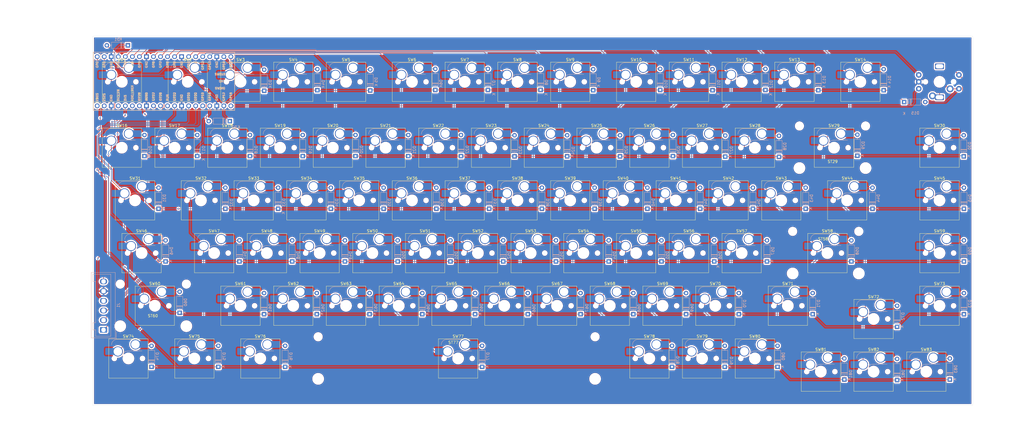
<source format=kicad_pcb>
(kicad_pcb (version 20241229) (generator "pcbnew") (generator_version "9.0")
  (layers (0 "F.Cu" signal) (2 "B.Cu" signal) (13 "F.Paste" user) (15 "B.Paste" user) (5 "F.SilkS" user "F.Silkscreen") (7 "B.SilkS" user "B.Silkscreen") (1 "F.Mask" user) (3 "B.Mask" user) (25 "Edge.Cuts" user))
  (net 0 "")
  (net 1 "GPIO28_ABC2")
  (net 2 "3v3")
  (net 3 "GND")
  (net 4 "Col 3")
  (net 5 "Col 10")
  (net 6 "RE_B")
  (net 7 "Col 0")
  (net 8 "+5V")
  (net 9 "Row 3")
  (net 10 "Col 9")
  (net 11 "Col 11")
  (net 12 "Col 1")
  (net 14 "Col 6")
  (net 15 "Col 7")
  (net 17 "Col 2")
  (net 18 "VSYS")
  (net 20 "Row 2")
  (net 21 "Col 13")
  (net 22 "Col 14")
  (net 23 "Row 4")
  (net 24 "Row 1")
  (net 25 "GPIO26_ABC0")
  (net 26 "Col 8")
  (net 27 "Col 4")
  (net 28 "Col 12")
  (net 29 "GPIO27_ABC1")
  (net 30 "RE_A")
  (net 31 "Row 0")
  (net 32 "Row 5")
  (net 33 "Col 5")
  (net 34 "Net-(D1-A)")
  (net 35 "Net-(D2-A)")
  (net 36 "Net-(D3-A)")
  (net 37 "Net-(D4-A)")
  (net 38 "Net-(D5-A)")
  (net 39 "Net-(D6-A)")
  (net 40 "Net-(D7-A)")
  (net 41 "Net-(D8-A)")
  (net 42 "Net-(D9-A)")
  (net 43 "Net-(D10-A)")
  (net 44 "Net-(D11-A)")
  (net 45 "Net-(D12-A)")
  (net 46 "Net-(D13-A)")
  (net 47 "Net-(D14-A)")
  (net 48 "RE_Row")
  (net 49 "Net-(D16-A)")
  (net 50 "Net-(D17-A)")
  (net 51 "Net-(D18-A)")
  (net 52 "Net-(D19-A)")
  (net 53 "Net-(D20-A)")
  (net 54 "Net-(D21-A)")
  (net 55 "Net-(D22-A)")
  (net 56 "Net-(D23-A)")
  (net 57 "Net-(D24-A)")
  (net 58 "Net-(D25-A)")
  (net 59 "Net-(D26-A)")
  (net 60 "Net-(D27-A)")
  (net 61 "Net-(D28-A)")
  (net 62 "Net-(D29-A)")
  (net 63 "Net-(D30-A)")
  (net 64 "Net-(D31-A)")
  (net 65 "Net-(D32-A)")
  (net 66 "Net-(D33-A)")
  (net 67 "Net-(D34-A)")
  (net 68 "Net-(D35-A)")
  (net 69 "Net-(D36-A)")
  (net 70 "Net-(D37-A)")
  (net 71 "Net-(D38-A)")
  (net 72 "Net-(D39-A)")
  (net 73 "Net-(D40-A)")
  (net 74 "Net-(D41-A)")
  (net 75 "Net-(D42-A)")
  (net 76 "Net-(D43-A)")
  (net 77 "Net-(D44-A)")
  (net 78 "Net-(D45-A)")
  (net 79 "Net-(D46-A)")
  (net 80 "Net-(D47-A)")
  (net 81 "Net-(D48-A)")
  (net 82 "Net-(D49-A)")
  (net 83 "Net-(D50-A)")
  (net 84 "Net-(D51-A)")
  (net 85 "Net-(D52-A)")
  (net 86 "Net-(D53-A)")
  (net 87 "Net-(D54-A)")
  (net 88 "Net-(D55-A)")
  (net 89 "Net-(D56-A)")
  (net 90 "Net-(D57-A)")
  (net 91 "Net-(D58-A)")
  (net 92 "Net-(D59-A)")
  (net 93 "Net-(D60-A)")
  (net 94 "Net-(D61-A)")
  (net 95 "Net-(D62-A)")
  (net 96 "Net-(D63-A)")
  (net 97 "Net-(D64-A)")
  (net 98 "Net-(D65-A)")
  (net 99 "Net-(D66-A)")
  (net 100 "Net-(D67-A)")
  (net 101 "Net-(D68-A)")
  (net 102 "Net-(D69-A)")
  (net 103 "Net-(D70-A)")
  (net 104 "Net-(D71-A)")
  (net 105 "Net-(D72-A)")
  (net 106 "Net-(D73-A)")
  (net 107 "Net-(D74-A)")
  (net 108 "Net-(D75-A)")
  (net 109 "Net-(D76-A)")
  (net 110 "Net-(D77-A)")
  (net 111 "Net-(D78-A)")
  (net 112 "Net-(D79-A)")
  (net 113 "Net-(D80-A)")
  (net 114 "Net-(D81-A)")
  (net 115 "Net-(D82-A)")
  (net 116 "Net-(D83-A)")
  (footprint "CF_Switch_MX_Hotswap:SW_Hotswap_Kailh_MX_Plated_1.00u_With_Switch" (layer "F.Cu") (at 194.705 133.6675)
    (property "Reference" "SW65")
    (property "Value" "SW_Push")
  )
  (footprint "CF_Switch_MX_Hotswap:SW_Hotswap_Kailh_MX_Plated_1.00u_With_Switch" (layer "F.Cu") (at 232.805 133.6675)
    (property "Reference" "SW67")
    (property "Value" "SW_Push")
  )
  (footprint "CF_Switch_MX_Hotswap:SW_Hotswap_Kailh_MX_Plated_1.00u_With_Switch" (layer "F.Cu") (at 123.2675 95.5675)
    (property "Reference" "SW33")
    (property "Value" "SW_Push")
  )
  (footprint "CF_Switch_MX_Hotswap:SW_Hotswap_Kailh_MX_Plated_1.25u_With_Switch" (layer "F.Cu") (at 101.83625 152.7175)
    (property "Reference" "SW75")
    (property "Value" "SW_Push")
  )
  (footprint "CF_Switch_MX_Hotswap:SW_Hotswap_Kailh_MX_Plated_1.00u_With_Switch" (layer "F.Cu") (at 280.43 52.705)
    (property "Reference" "SW11")
    (property "Value" "SW_Push")
  )
  (footprint "CF_Switch_MX_Hotswap:SW_Hotswap_Kailh_MX_Plated_1.00u_With_Switch" (layer "F.Cu") (at 342.3425 52.705)
    (property "Reference" "SW14")
    (property "Value" "SW_Push")
  )
  (footprint "CF_Switch_MX_Hotswap:SW_Hotswap_Kailh_MX_Plated_1.00u_With_Switch" (layer "F.Cu") (at 247.0925 76.5175)
    (property "Reference" "SW25")
    (property "Value" "SW_Push")
  )
  (footprint "CF_Switch_MX_Hotswap:SW_Hotswap_Kailh_MX_Plated_1.00u_With_Switch" (layer "F.Cu") (at 270.905 133.6675)
    (property "Reference" "SW69")
    (property "Value" "SW_Push")
  )
  (footprint "CF_Switch_MX_Hotswap:SW_Hotswap_Kailh_MX_Plated_1.50u_With_Switch" (layer "F.Cu") (at 80.405 95.5675)
    (property "Reference" "SW31")
    (property "Value" "SW_Push")
  )
  (footprint "CF_Switch_MX_Hotswap:SW_Hotswap_Kailh_MX_Plated_1.00u_With_Switch" (layer "F.Cu") (at 180.4175 95.5675)
    (property "Reference" "SW36")
    (property "Value" "SW_Push")
  )
  (footprint "CF_Switch_MX_Hotswap:SW_Hotswap_Kailh_MX_Plated_1.00u_With_Switch" (layer "F.Cu") (at 199.4675 52.705)
    (property "Reference" "SW7")
    (property "Value" "SW_Push")
  )
  (footprint "CF_Switch_MX_Hotswap:SW_Hotswap_Kailh_MX_Plated_1.00u_With_Switch" (layer "F.Cu") (at 347.105 157.48)
    (property "Reference" "SW82")
    (property "Value" "SW_Push")
  )
  (footprint "CF_Switch_MX_Hotswap:SW_Hotswap_Kailh_MX_Plated_1.00u_With_Switch" (layer "F.Cu") (at 280.43 114.6175)
    (property "Reference" "SW56")
    (property "Value" "SW_Push")
  )
  (footprint "CF_Switch_MX_Hotswap:SW_Hotswap_Kailh_MX_Plated_1.00u_With_Switch" (layer "F.Cu") (at 170.8925 76.5175)
    (property "Reference" "SW21")
    (property "Value" "SW_Push")
  )
  (footprint "CF_Switch_MX_Hotswap:SW_Hotswap_Kailh_MX_Plated_1.00u_With_Switch" (layer "F.Cu") (at 118.505 52.705)
    (property "Reference" "SW3")
    (property "Value" "SW_Push")
  )
  (footprint "CF_Switch_MX_Hotswap:SW_Hotswap_Kailh_MX_Plated_1.00u_With_Switch" (layer "F.Cu") (at 347.12 138.435)
    (property "Reference" "SW72")
    (property "Value" "SW_Push")
  )
  (footprint "CF_Switch_MX_Hotswap:SW_Hotswap_Kailh_MX_Plated_1.00u_With_Switch" (layer "F.Cu") (at 251.855 133.6675)
    (property "Reference" "SW68")
    (property "Value" "SW_Push")
  )
  (footprint "CF_Switch_MX_Hotswap:SW_Hotswap_Kailh_MX_Plated_1.00u_With_Switch" (layer "F.Cu") (at 318.53 52.705)
    (property "Reference" "SW13")
    (property "Value" "SW_Push")
  )
  (footprint "CF_Switch_MX_Hotswap:SW_Hotswap_Kailh_MX_Plated_1.00u_With_Switch" (layer "F.Cu") (at 299.48 52.705)
    (property "Reference" "SW12")
    (property "Value" "SW_Push")
  )
  (footprint "CF_Switch_MX_Hotswap:SW_Hotswap_Kailh_MX_Plated_1.25u_With_Switch" (layer "F.Cu") (at 125.64875 152.7175)
    (property "Reference" "SW76")
    (property "Value" "SW_Push")
  )
  (footprint "CF_Switch_MX_Hotswap:SW_Hotswap_Kailh_MX_Plated_1.00u_With_Switch" (layer "F.Cu") (at 223.28 114.6175)
    (property "Reference" "SW53")
    (property "Value" "SW_Push")
  )
  (footprint "CF_Switch_MX_Hotswap:SW_Hotswap_Kailh_MX_Plated_1.00u_With_Switch" (layer "F.Cu") (at 147.08 114.6175)
    (property "Reference" "SW49")
    (property "Value" "SW_Push")
  )
  (footprint "CF_Switch_MX_Hotswap:SW_Hotswap_Kailh_MX_Plated_1.00u_With_Switch" (layer "F.Cu") (at 108.98 114.6175)
    (property "Reference" "SW47")
    (property "Value" "SW_Push")
  )
  (footprint "CF_Switch_MX_Hotswap:SW_Hotswap_Kailh_MX_Plated_1.00u_With_Switch" (layer "F.Cu") (at 208.9925 76.5175)
    (property "Reference" "SW23")
    (property "Value" "SW_Push")
  )
  (footprint "CF_Switch_MX_Hotswap:SW_Hotswap_Kailh_MX_Plated_2.25u_With_Switch" (layer "F.Cu") (at 330.43625 114.6175)
    (property "Reference" "SW58")
    (property "Value" "SW_Push")
  )
  (footprint "CF_Switch_MX_Hotswap:SW_Hotswap_Kailh_MX_Plated_1.00u_With_Switch" (layer "F.Cu") (at 289.955 133.6675)
    (property "Reference" "SW70")
    (property "Value" "SW_Push")
  )
  (footprint "PCM_Mounting_Keyboard_Stabilizer:Stabilizer_Cherry_MX_2.00u" (layer "F.Cu") (at 87.00625 132.81255)
    (property "Reference" "ST60")
    (property "Value" "Stabilizer_Cherry_MX_2.00u")
  )
  (footprint "CF_Switch_MX_Hotswap:SW_Hotswap_Kailh_MX_Plated_1.00u_With_Switch" (layer "F.Cu") (at 266.1425 152.7175)
    (property "Reference" "SW78")
    (property "Value" "SW_Push")
  )
  (footprint "CF_Switch_MX_Hotswap:SW_Hotswap_Kailh_MX_Plated_1.00u_With_Switch" (layer "F.Cu") (at 185.18 114.6175)
    (property "Reference" "SW51")
    (property "Value" "SW_Push")
  )
  (footprint "CF_Switch_MX_Hotswap:SW_Hotswap_Kailh_MX_Plated_1.00u_With_Switch" (layer "F.Cu") (at 285.1925 76.5175)
    (property "Reference" "SW27")
    (property "Value" "SW_Push")
  )
  (footprint "CF_Switch_MX_Hotswap:SW_Hotswap_Kailh_MX_Plated_1.00u_With_Switch" (layer "F.Cu") (at 370.9175 76.5175)
    (property "Reference" "SW30")
    (property "Value" "SW_Push")
  )
  (footprint "CF_Switch_MX_Hotswap:SW_Hotswap_Kailh_MX_Plated_1.00u_With_Switch" (layer "F.Cu") (at 370.9125 133.685)
    (property "Reference" "SW73")
    (property "Value" "SW_Push")
  )
  (footprint "CF_Switch_MX_Hotswap:SW_Hotswap_Kailh_MX_Plated_1.00u_With_Switch" (layer "F.Cu") (at 118.505 133.6675)
    (property "Reference" "SW61")
    (property "Value" "SW_Push")
  )
  (footprint "CF_Switch_MX_Hotswap:SW_Hotswap_Kailh_MX_Plated_1.25u_With_Switch" (layer "F.Cu") (at 78.02375 152.7175)
    (property "Reference" "SW74")
    (property "Value" "SW_Push")
  )
  (footprint "CF_Switch_MX_Hotswap:SW_Hotswap_Kailh_MX_Plated_1.00u_With_Switch" (layer "F.Cu") (at 104.2175 95.5675)
    (property "Reference" "SW32")
    (property "Value" "SW_Push")
  )
  (footprint "CF_Switch_MX_Hotswap:SW_Hotswap_Kailh_MX_Plated_1.00u_With_Switch" (layer "F.Cu") (at 75.6425 52.705)
    (property "Reference" "SW1")
    (property "Value" "SW_Push")
  )
  (footprint "PCM_Mounting_Keyboard_Stabilizer:Stabilizer_Cherry_MX_2.00u" (layer "F.Cu") (at 329.82 113.76255)
    (property "Reference" "ST58")
    (property "Value" "Stabilizer_Cherry_MX_2.00u")
  )
  (footprint "CF_Switch_MX_Hotswap:SW_Hotswap_Kailh_MX_Plated_1.00u_With_Switch" (layer "F.Cu") (at 261.38 114.6175)
    (property "Reference" "SW55")
    (property "Value" "SW_Push")
  )
  (footprint "CF_Switch_MX_Hotswap:SW_Hotswap_Kailh_MX_Plated_1.00u_With_Switch" (layer "F.Cu") (at 151.8425 76.5175)
    (property "Reference" "SW20")
    (property "Value" "SW_Push")
  )
  (footprint "CF_Switch_MX_Hotswap:SW_Hotswap_Kailh_MX_Plated_1.00u_With_Switch" (layer "F.Cu") (at 304.2425 152.7175)
    (property "Reference" "SW80")
    (property "Value" "SW_Push")
  )
  (footprint "CF_Switch_MX_Hotswap:SW_Hotswap_Kailh_MX_Plated_1.00u_With_Switch" (layer "F.Cu") (at 366.155 157.48)
    (property "Reference" "SW83")
    (property "Value" "SW_Push")
  )
  (footprint "PCM_Mounting_Keyboard_Stabilizer:Stabilizer_Cherry_MX_6.25u" (layer "F.Cu") (at 196.54375 151.86255)
    (property "Reference" "ST77")
    (property "Value" "Stabilizer_Cherry_MX_6.25u")
  )
  (footprint "CF_Switch_MX_Hotswap:SW_Hotswap_Kailh_MX_Plated_1.00u_With_Switch" (layer "F.Cu") (at 285.1925 152.7175)
    (property "Reference" "SW79")
    (property "Value" "SW_Push")
  )
  (footprint "CF_Switch_MX_Hotswap:SW_Hotswap_Kailh_MX_Plated_1.00u_With_Switch" (layer "F.Cu") (at 166.13 114.6175)
    (property "Reference" "SW50")
    (property "Value" "SW_Push")
  )
  (footprint "ScottoKeebs_Scotto:Encoder_EC11_MX_Combo" (layer "F.Cu") (at 370.9175 52.705)
    (property "Reference" "SW15" (hide yes))
    (property "Value" "RotaryEncoder_Switch" (hide yes))
  )
  (footprint "CF_Switch_MX_Hotswap:SW_Hotswap_Kailh_MX_Plated_1.00u_With_Switch" (layer "F.Cu") (at 204.23 114.6175)
    (property "Reference" "SW52")
    (property "Value" "SW_Push")
  )
  (footprint "PCM_Mounting_Keyboard_Stabilizer:Stabilizer_Cherry_MX_2.00u" (layer "F.Cu") (at 332.275 75.66255)
    (property "Reference" "ST29")
    (property "Value" "Stabilizer_Cherry_MX_2.00u")
  )
  (footprint "CF_Switch_MX_Hotswap:SW_Hotswap_Kailh_MX_Plated_1.00u_With_Switch" (layer "F.Cu") (at 137.555 133.6675)
    (property "Reference" "SW62")
    (property "Value" "SW_Push")
  )
  (footprint "CF_Switch_MX_Hotswap:SW_Hotswap_Kailh_MX_Plated_1.00u_With_Switch" (layer "F.Cu") (at 261.38 52.705)
    (property "Reference" "SW10")
    (property "Value" "SW_Push")
  )
  (footprint "CF_Switch_MX_Hotswap:SW_Hotswap_Kailh_MX_Plated_1.00u_With_Switch" (layer "F.Cu") (at 156.605 52.705)
    (property "Reference" "SW5")
    (property "Value" "SW_Push")
  )
  (footprint "CF_Switch_MX_Hotswap:SW_Hotswap_Kailh_MX_Plated_2.25u_With_Switch" (layer "F.Cu") (at 87.54875 133.6675)
    (property "Reference" "SW60")
    (property "Value" "SW_Push")
  )
  (footprint "CF_Switch_MX_Hotswap:SW_Hotswap_Kailh_MX_Plated_1.00u_With_Switch" (layer "F.Cu") (at 299.48 114.6175)
    (property "Reference" "SW57")
    (property "Value" "SW_Push")
  )
  (footprint "CF_Switch_MX_Hotswap:SW_Hotswap_Kailh_MX_Plated_1.00u_With_Switch" (layer "F.Cu") (at 294.7175 95.5675)
    (property "Reference" "SW42")
    (property "Value" "SW_Push")
  )
  (footprint "CF_Switch_MX_Hotswap:SW_Hotswap_Kailh_MX_Plated_1.00u_With_Switch" (layer "F.Cu") (at 370.9175 95.5675)
    (property "Reference" "SW45")
    (property "Value" "SW_Push")
  )
  (footprint "CF_Switch_MX_Hotswap:SW_Hotswap_Kailh_MX_Plated_1.00u_With_Switch" (layer "F.Cu") (at 213.755 133.6675)
    (property "Reference" "SW66")
    (property "Value" "SW_Push")
  )
  (footprint "CF_Switch_MX_Hotswap:SW_Hotswap_Kailh_MX_Plated_2.00u_With_Switch" (layer "F.Cu") (at 332.8175 76.5175)
    (property "Reference" "SW29")
    (property "Value" "SW_Push")
  )
  (footprint "CF_Switch_MX_Hotswap:SW_Hotswap_Kailh_MX_Plated_1.00u_With_Switch" (layer "F.Cu") (at 275.6675 95.5675)
    (property "Reference" "SW41")
    (property "Value" "SW_Push")
  )
  (footprint "CF_Switch_MX_Hotswap:SW_Hotswap_Kailh_MX_Plated_1.00u_With_Switch" (layer "F.Cu") (at 142.3175 95.5675)
    (property "Reference" "SW34")
    (property "Value" "SW_Push")
  )
  (footprint "CF_Switch_MX_Hotswap:SW_Hotswap_Kailh_MX_Plated_1.00u_With_Switch" (layer "F.Cu") (at 180.4175 52.705)
    (property "Reference" "SW6")
    (property "Value" "SW_Push")
  )
  (footprint "CF_Switch_MX_Hotswap:SW_Hotswap_Kailh_MX_Plated_1.00u_With_Switch" (layer "F.Cu") (at 161.3675 95.5675)
    (property "Reference" "SW35")
    (property "Value" "SW_Push")
  )
  (footprint "CF_Switch_MX_Hotswap:SW_Hotswap_Kailh_MX_Plated_1.00u_With_Switch" (layer "F.Cu") (at 237.5675 95.5675)
    (property "Reference" "SW39")
    (property "Value" "SW_Push")
  )
  (footprint "CF_Switch_MX_Hotswap:SW_Hotswap_Kailh_MX_Plated_1.00u_With_Switch" (layer "F.Cu") (at 370.9175 114.6175)
    (property "Reference" "SW59")
    (property "Value" "SW_Push")
  )
  (footprint "CF_Switch_MX_Hotswap:SW_Hotswap_Kailh_MX_Plated_1.00u_With_Switch" (layer "F.Cu") (at 256.6175 95.5675)
    (property "Reference" "SW40")
    (property "Value" "SW_Push")
  )
  (footprint "CF_Switch_MX_Hotswap:SW_Hotswap_Kailh_MX_Plated_1.00u_With_Switch" (layer "F.Cu") (at 175.655 133.6675)
    (property "Reference" "SW64")
    (property "Value" "SW_Push")
  )
  (footprint "CF_Switch_MX_Hotswap:SW_Hotswap_Kailh_MX_Plated_6.25u_With_Switch" (layer "F.Cu") (at 197.08625 152.7175)
    (property "Reference" "SW77")
    (property "Value" "SW_Push")
  )
  (footprint "CF_Switch_MX_Hotswap:SW_Hotswap_Kailh_MX_Plated_1.00u_With_Switch" (layer "F.Cu") (at 113.7425 76.5175)
    (property "Reference" "SW18")
    (property "Value" "SW_Push")
  )
  (footprint "CF_Switch_MX_Hotswap:SW_Hotswap_Kailh_MX_Plated_1.00u_With_Switch" (layer "F.Cu") (at 156.605 133.6675)
    (property "Reference" "SW63")
    (property "Value" "SW_Push")
  )
  (footprint "CF_Switch_MX_Hotswap:SW_Hotswap_Kailh_MX_Plated_1.00u_With_Switch" (layer "F.Cu") (at 237.5675 52.705)
    (property "Reference" "SW9")
    (property "Value" "SW_Push")
  )
  (footprint "CF_Switch_MX_Hotswap:SW_Hotswap_Kailh_MX_Plated_1.00u_With_Switch" (layer "F.Cu") (at 189.9425 76.5175)
    (property "Reference" "SW22")
    (property "Value" "SW_Push")
  )
  (footprint "CF_Switch_MX_Hotswap:SW_Hotswap_Kailh_MX_Plated_1.00u_With_Switch" (layer "F.Cu") (at 94.6925 76.5175)
    (property "Reference" "SW17")
    (property "Value" "SW_Push")
  )
  (footprint "CF_Switch_MX_Hotswap:SW_Hotswap_Kailh_MX_Plated_1.75u_With_Switch" (layer "F.Cu") (at 316.14875 133.6675)
    (property "Reference" "SW71")
    (property "Value" "SW_Push")
  )
  (footprint "CF_Switch_MX_Hotswap:SW_Hotswap_Kailh_MX_Plated_1.50u_With_Switch" (layer "F.Cu") (at 337.58 95.5675)
    (property "Reference" "SW44")
    (property "Value" "SW_Push")
  )
  (footprint "CF_Switch_MX_Hotswap:SW_Hotswap_Kailh_MX_Plated_1.00u_With_Switch" (layer "F.Cu") (at 75.6425 76.5175)
    (property "Reference" "SW16")
    (property "Value" "SW_Push")
  )
  (footprint "CF_Switch_MX_Hotswap:SW_Hotswap_Kailh_MX_Plated_1.00u_With_Switch" (layer "F.Cu") (at 218.5175 52.705)
    (property "Reference" "SW8")
    (property "Value" "SW_Push")
  )
  (footprint "CF_Switch_MX_Hotswap:SW_Hotswap_Kailh_MX_Plated_1.00u_With_Switch" (layer "F.Cu") (at 137.555 52.705)
    (property "Reference" "SW4")
    (property "Value" "SW_Push")
  )
  (footprint "CF_Switch_MX_Hotswap:SW_Hotswap_Kailh_MX_Plated_1.00u_With_Switch" (layer "F.Cu") (at 132.7925 76.5175)
    (property "Reference" "SW19")
    (property "Value" "SW_Push")
  )
  (footprint "CF_Switch_MX_Hotswap:SW_Hotswap_Kailh_MX_Plated_1.00u_With_Switch" (layer "F.Cu") (at 304.2425 76.5175)
    (property "Reference" "SW28")
    (property "Value" "SW_Push")
  )
  (footprint "CF_Switch_MX_Hotswap:SW_Hotswap_Kailh_MX_Plated_1.00u_With_Switch" (layer "F.Cu") (at 128.03 114.6175)
    (property "Reference" "SW48")
    (property "Value" "SW_Push")
  )
  (footprint "CF_Switch_MX_Hotswap:SW_Hotswap_Kailh_MX_Plated_1.00u_With_Switch" (layer "F.Cu") (at 218.5175 95.5675)
    (property "Reference" "SW38")
    (property "Value" "SW_Push")
  )
  (footprint "CF_Switch_MX_Hotswap:SW_Hotswap_Kailh_MX_Plated_1.00u_With_Switch" (layer "F.Cu") (at 242.33 114.6175)
    (property "Reference" "SW54")
    (property "Value" "SW_Push")
  )
  (footprint "CF_Switch_MX_Hotswap:SW_Hotswap_Kailh_MX_Plated_1.00u_With_Switch" (layer "F.Cu") (at 228.0425 76.5175)
    (property "Reference" "SW24")
    (property "Value" "SW_Push")
  )
  (footprint "CF_Switch_MX_Hotswap:SW_Hotswap_Kailh_MX_Plated_1.00u_With_Switch" (layer "F.Cu") (at 328.055 157.48)
    (property "Reference" "SW81")
    (property "Value" "SW_Push")
  )
  (footprint "CF_Switch_MX_Hotswap:SW_Hotswap_Kailh_MX_Plated_1.00u_With_Switch" (layer "F.Cu") (at 199.4675 95.5675)
    (property "Reference" "SW37")
    (property "Value" "SW_Push")
  )
  (footprint "CF_Switch_MX_Hotswap:SW_Hotswap_Kailh_MX_Plated_1.00u_With_Switch" (layer "F.Cu") (at 313.7675 95.5675)
    (property "Reference" "SW43")
    (property "Value" "SW_Push")
  )
  (footprint "CF_Switch_MX_Hotswap:SW_Hotswap_Kailh_MX_Plated_1.75u_With_Switch" (layer "F.Cu") (at 82.78625 114.6175)
    (property "Reference" "SW46")
    (property "Value" "SW_Push")
  )
  (footprint "CF_Switch_MX_Hotswap:SW_Hotswap_Kailh_MX_Plated_1.00u_With_Switch" (layer "F.Cu") (at 266.1425 76.5175)
    (property "Reference" "SW26")
    (property "Value" "SW_Push")
  )
  (footprint "CF_Switch_MX_Hotswap:SW_Hotswap_Kailh_MX_Plated_1.00u_With_Switch" (layer "F.Cu") (at 99.455 52.705)
    (property "Reference" "SW2")
    (property "Value" "SW_Push")
  )
  (footprint "Diode_THT:D_DO-35_SOD27_P7.62mm_Horizontal" (layer "B.Cu") (at 270.51 117.6475 90)
    (property "Reference" "D55")
    (property "Value" "1N4148")
  )
  (footprint "Diode_THT:D_DO-35_SOD27_P7.62mm_Horizontal" (layer "B.Cu") (at 222.25 136.6975 90)
    (property "Reference" "D66")
    (property "Value" "1N4148")
  )
  (footprint "Diode_THT:D_DO-35_SOD27_P7.62mm_Horizontal" (layer "B.Cu") (at 346.71 98.5975 90)
    (property "Reference" "D44")
    (property "Value" "1N4148")
  )
  (footprint "Diode_THT:D_DO-35_SOD27_P7.62mm_Horizontal" (layer "B.Cu") (at 312.95 79.8375 90)
    (property "Reference" "D28")
    (property "Value" "1N4148")
  )
  (footprint "Diode_THT:D_DO-35_SOD27_P7.62mm_Horizontal" (layer "B.Cu") (at 208.28 98.5975 90)
    (property "Reference" "D37")
    (property "Value" "1N4148")
  )
  (footprint "Diode_THT:D_DO-35_SOD27_P7.62mm_Horizontal" (layer "B.Cu") (at 355.6 160.51 90)
    (property "Reference" "D82")
    (property "Value" "1N4148")
  )
  (footprint "Diode_THT:D_DO-35_SOD27_P7.62mm_Horizontal" (layer "B.Cu") (at 270.05 55.6475 90)
    (property "Reference" "D10")
    (property "Value" "1N4148")
  )
  (footprint "Diode_THT:D_DO-35_SOD27_P7.62mm_Horizontal" (layer "B.Cu") (at 284.48 98.5975 90)
    (property "Reference" "D41")
    (property "Value" "1N4148")
  )
  (footprint "Diode_THT:D_DO-35_SOD27_P7.62mm_Horizontal" (layer "B.Cu") (at 358.14 60.0075)
    (property "Reference" "D15")
    (property "Value" "1N4148")
  )
  (footprint "Diode_THT:D_DO-35_SOD27_P7.62mm_Horizontal" (layer "B.Cu") (at 227.33 98.5975 90)
    (property "Reference" "D38")
    (property "Value" "1N4148")
  )
  (footprint "Diode_THT:D_DO-35_SOD27_P7.62mm_Horizontal" (layer "B.Cu") (at 151.13 98.5975 90)
    (property "Reference" "D34")
    (property "Value" "1N4148")
  )
  (footprint "Diode_THT:D_DO-35_SOD27_P7.62mm_Horizontal" (layer "B.Cu") (at 355.6 141.2875 90)
    (property "Reference" "D72")
    (property "Value" "1N4148")
  )
  (footprint "Diode_THT:D_DO-35_SOD27_P7.62mm_Horizontal" (layer "B.Cu") (at 146.25 55.735 90)
    (property "Reference" "D4")
    (property "Value" "1N4148")
  )
  (footprint "Diode_THT:D_DO-35_SOD27_P7.62mm_Horizontal" (layer "B.Cu") (at 274.65 79.5475 90)
    (property "Reference" "D26")
    (property "Value" "1N4148")
  )
  (footprint "Diode_THT:D_DO-35_SOD27_P7.62mm_Horizontal" (layer "B.Cu") (at 274.32 155.7475 90)
    (property "Reference" "D78")
    (property "Value" "1N4148")
  )
  (footprint "Diode_THT:D_DO-35_SOD27_P7.62mm_Horizontal" (layer "B.Cu") (at 246.38 98.5975 90)
    (property "Reference" "D39")
    (property "Value" "1N4148")
  )
  (footprint "Diode_THT:D_DO-35_SOD27_P7.62mm_Horizontal" (layer "B.Cu") (at 312.42 155.7475 90)
    (property "Reference" "D80")
    (property "Value" "1N4148")
  )
  (footprint "Diode_THT:D_DO-35_SOD27_P7.62mm_Horizontal" (layer "B.Cu") (at 293.55 79.7475 90)
    (property "Reference" "D27")
    (property "Value" "1N4148")
  )
  (footprint "Diode_THT:D_DO-35_SOD27_P7.62mm_Horizontal" (layer "B.Cu") (at 374.65 160.3375 90)
    (property "Reference" "D83")
    (property "Value" "1N4148")
  )
  (footprint "ScottoKeebs_MCU:Raspberry_Pi_Pico" (layer "B.Cu") (at 90.8825 52.505 -90)
    (property "Reference" "A1" (hide yes))
    (property "Value" "RaspberryPi_Pico" (hide yes))
  )
  (footprint "Diode_THT:D_DO-35_SOD27_P7.62mm_Horizontal" (layer "B.Cu") (at 288.95 55.7475 90)
    (property "Reference" "D11")
    (property "Value" "1N4148")
  )
  (footprint "Diode_THT:D_DO-35_SOD27_P7.62mm_Horizontal" (layer "B.Cu") (at 175.26 117.6475 90)
    (property "Reference" "D50")
    (property "Value" "1N4148")
  )
  (footprint "Diode_THT:D_DO-35_SOD27_P7.62mm_Horizontal" (layer "B.Cu") (at 350.75 55.7475 90)
    (property "Reference" "D14")
    (property "Value" "1N4148")
  )
  (footprint "Diode_THT:D_DO-35_SOD27_P7.62mm_Horizontal" (layer "B.Cu") (at 205.74 155.7475 90)
    (property "Reference" "D77")
    (property "Value" "1N4148")
  )
  (footprint "Diode_THT:D_DO-35_SOD27_P7.62mm_Horizontal" (layer "B.Cu") (at 260.35 136.6975 90)
    (property "Reference" "D68")
    (property "Value" "1N4148")
  )
  (footprint "Diode_THT:D_DO-35_SOD27_P7.62mm_Horizontal" (layer "B.Cu") (at 179.07 79.5475 90)
    (property "Reference" "D21")
    (property "Value" "1N4148")
  )
  (footprint "Diode_THT:D_DO-35_SOD27_P7.62mm_Horizontal" (layer "B.Cu") (at 226.85 55.6375 90)
    (property "Reference" "D8")
    (property "Value" "1N4148")
  )
  (footprint "Diode_THT:D_DO-35_SOD27_P7.62mm_Horizontal" (layer "B.Cu") (at 325.12 136.6975 90)
    (property "Reference" "D71")
    (property "Value" "1N4148")
  )
  (footprint "Diode_THT:D_DO-35_SOD27_P7.62mm_Horizontal" (layer "B.Cu") (at 265.43 98.5975 90)
    (property "Reference" "D40")
    (property "Value" "1N4148")
  )
  (footprint "Diode_THT:D_DO-35_SOD27_P7.62mm_Horizontal" (layer "B.Cu") (at 303.53 98.5975 90)
    (property "Reference" "D42")
    (property "Value" "1N4148")
  )
  (footprint "Diode_THT:D_DO-35_SOD27_P7.62mm_Horizontal" (layer "B.Cu") (at 118.11 117.6475 90)
    (property "Reference" "D47")
    (property "Value" "1N4148")
  )
  (footprint "Diode_THT:D_DO-35_SOD27_P7.62mm_Horizontal" (layer "B.Cu") (at 114.65 66.9275 180)
    (property "Reference" "D2")
    (property "Value" "1N4148")
  )
  (footprint "Diode_THT:D_DO-35_SOD27_P7.62mm_Horizontal" (layer "B.Cu") (at 217.45 79.6475 90)
    (property "Reference" "D23")
    (property "Value" "1N4148")
  )
  (footprint "Diode_THT:D_DO-35_SOD27_P7.62mm_Horizontal" (layer "B.Cu") (at 170.18 98.5975 90)
    (property "Reference" "D35")
    (property "Value" "1N4148")
  )
  (footprint "Diode_THT:D_DO-35_SOD27_P7.62mm_Horizontal" (layer "B.Cu") (at 102.87 79.5475 90)
    (property "Reference" "D17")
    (property "Value" "1N4148")
  )
  (footprint "Diode_THT:D_DO-35_SOD27_P7.62mm_Horizontal" (layer "B.Cu") (at 241.3 136.6975 90)
    (property "Reference" "D67")
    (property "Value" "1N4148")
  )
  (footprint "Diode_THT:D_DO-35_SOD27_P7.62mm_Horizontal" (layer "B.Cu") (at 184.15 136.6975 90)
    (property "Reference" "D64")
    (property "Value" "1N4148")
  )
  (footprint "Diode_THT:D_DO-35_SOD27_P7.62mm_Horizontal" (layer "B.Cu") (at 86.36 155.7475 90)
    (property "Reference" "D74")
    (property "Value" "1N4148")
  )
  (footprint "Diode_THT:D_DO-35_SOD27_P7.62mm_Horizontal" (layer "B.Cu") (at 293.37 155.7475 90)
    (property "Reference" "D79")
    (property "Value" "1N4148")
  )
  (footprint "Diode_THT:D_DO-35_SOD27_P7.62mm_Horizontal" (layer "B.Cu") (at 203.2 136.6975 90)
    (property "Reference" "D65")
    (property "Value" "1N4148")
  )
  (footprint "Diode_THT:D_DO-35_SOD27_P7.62mm_Horizontal" (layer "B.Cu") (at 245.85 55.7475 90)
    (property "Reference" "D9")
    (property "Value" "1N4148")
  )
  (footprint "Diode_THT:D_DO-35_SOD27_P7.62mm_Horizontal" (layer "B.Cu") (at 165.1 136.6975 90)
    (property "Reference" "D63")
    (property "Value" "1N4148")
  )
  (footprint "Diode_THT:D_DO-35_SOD27_P7.62mm_Horizontal" (layer "B.Cu") (at 121.92 79.5475 90)
    (property "Reference" "D18")
    (property "Value" "1N4148")
  )
  (footprint "Diode_THT:D_DO-35_SOD27_P7.62mm_Horizontal" (layer "B.Cu") (at 213.36 117.6475 90)
    (property "Reference" "D52")
    (property "Value" "1N4148")
  )
  (footprint "Diode_THT:D_DO-35_SOD27_P7.62mm_Horizontal" (layer "B.Cu") (at 341.25 79.4375 90)
    (property "Reference" "D29")
    (property "Value" "1N4148")
  )
  (footprint "Diode_THT:D_DO-35_SOD27_P7.62mm_Horizontal" (layer "B.Cu") (at 336.55 160.3375 90)
    (property "Reference" "D81")
    (property "Value" "1N4148")
  )
  (footprint "Diode_THT:D_DO-35_SOD27_P7.62mm_Horizontal" (layer "B.Cu") (at 83.82 79.5475 90)
    (property "Reference" "D16")
    (property "Value" "1N4148")
  )
  (footprint "Diode_THT:D_DO-35_SOD27_P7.62mm_Horizontal" (layer "B.Cu") (at 165.35 55.8375 90)
    (property "Reference" "D5")
    (property "Value" "1N4148")
  )
  (footprint "Diode_THT:D_DO-35_SOD27_P7.62mm_Horizontal" (layer "B.Cu") (at 77.84 39.5175 180)
    (property "Reference" "D1")
    (property "Value" "1N4148")
  )
  (footprint "Diode_THT:D_DO-35_SOD27_P7.62mm_Horizontal" (layer "B.Cu") (at 255.55 79.6475 90)
    (property "Reference" "D25")
    (property "Value" "1N4148")
  )
  (footprint "Diode_THT:D_DO-35_SOD27_P7.62mm_Horizontal" (layer "B.Cu") (at 232.41 117.6475 90)
    (property "Reference" "D53")
    (property "Value" "1N4148")
  )
  (footprint "Diode_THT:D_DO-35_SOD27_P7.62mm_Horizontal" (layer "B.Cu") (at 379.73 117.6475 90)
    (property "Reference" "D59")
    (property "Value" "1N4148")
  )
  (footprint "Diode_THT:D_DO-35_SOD27_P7.62mm_Horizontal" (layer "B.Cu") (at 140.97 79.5475 90)
    (property "Reference" "D19")
    (property "Value" "1N4148")
  )
  (footprint "Diode_THT:D_DO-35_SOD27_P7.62mm_Horizontal" (layer "B.Cu") (at 379.65 79.6375 90)
    (property "Reference" "D30")
    (property "Value" "1N4148")
  )
  (footprint "Connector_Wago:Wago_734-136_1x06_P3.50mm_Vertical" (layer "B.Cu") (at 69.04 142.3775 90)
    (property "Reference" "J1")
    (property "Value" "Conn_01x06_Pin")
  )
  (footprint "Diode_THT:D_DO-35_SOD27_P7.62mm_Horizontal" (layer "B.Cu") (at 188.85 55.6475 90)
    (property "Reference" "D6")
    (property "Value" "1N4148")
  )
  (footprint "Diode_THT:D_DO-35_SOD27_P7.62mm_Horizontal" (layer "B.Cu") (at 379.73 98.5975 90)
    (property "Reference" "D45")
    (property "Value" "1N4148")
  )
  (footprint "Diode_THT:D_DO-35_SOD27_P7.62mm_Horizontal" (layer "B.Cu") (at 308.61 117.6475 90)
    (property "Reference" "D57")
    (property "Value" "1N4148")
  )
  (footprint "Diode_THT:D_DO-35_SOD27_P7.62mm_Horizontal" (layer "B.Cu") (at 198.12 79.5475 90)
    (property "Reference" "D22")
    (property "Value" "1N4148")
  )
  (footprint "Diode_THT:D_DO-35_SOD27_P7.62mm_Horizontal" (layer "B.Cu") (at 137.16 117.6475 90)
    (property "Reference" "D48")
    (property "Value" "1N4148")
  )
  (footprint "Diode_THT:D_DO-35_SOD27_P7.62mm_Horizontal" (layer "B.Cu") (at 236.45 79.6375 90)
    (property "Reference" "D24")
    (property "Value" "1N4148")
  )
  (footprint "Diode_THT:D_DO-35_SOD27_P7.62mm_Horizontal" (layer "B.Cu") (at 156.21 117.6475 90)
    (property "Reference" "D49")
    (property "Value" "1N4148")
  )
  (footprint "Diode_THT:D_DO-35_SOD27_P7.62mm_Horizontal" (layer "B.Cu") (at 88.9 98.5975 90)
    (property "Reference" "D31")
    (property "Value" "1N4148")
  )
  (footprint "Diode_THT:D_DO-35_SOD27_P7.62mm_Horizontal" (layer "B.Cu") (at 146.05 136.6975 90)
    (property "Reference" "D62")
    (property "Value" "1N4148")
  )
  (footprint "Diode_THT:D_DO-35_SOD27_P7.62mm_Horizontal" (layer "B.Cu") (at 189.23 98.5975 90)
    (property "Reference" "D36")
    (property "Value" "1N4148")
  )
  (footprint "Diode_THT:D_DO-35_SOD27_P7.62mm_Horizontal" (layer "B.Cu") (at 127.05 55.9475 90)
    (property "Reference" "D3")
    (property "Value" "1N4148")
  )
  (footprint "Diode_THT:D_DO-35_SOD27_P7.62mm_Horizontal" (layer "B.Cu") (at 91.44 117.6475 90)
    (property "Reference" "D46")
    (property "Value" "1N4148")
  )
  (footprint "Diode_THT:D_DO-35_SOD27_P7.62mm_Horizontal" (layer "B.Cu") (at 194.31 117.6475 90)
    (property "Reference" "D51")
    (property "Value" "1N4148")
  )
  (footprint "Diode_THT:D_DO-35_SOD27_P7.62mm_Horizontal" (layer "B.Cu") (at 113.03 98.5975 90)
    (property "Reference" "D32")
    (property "Value" "1N4148")
  )
  (footprint "Diode_THT:D_DO-35_SOD27_P7.62mm_Horizontal" (layer "B.Cu") (at 308.05 55.6475 90)
    (property "Reference" "D12")
    (property "Value" "1N4148")
  )
  (footprint "Diode_THT:D_DO-35_SOD27_P7.62mm_Horizontal" (layer "B.Cu") (at 132.08 98.5975 90)
    (property "Reference" "D33")
    (property "Value" "1N4148")
  )
  (footprint "Diode_THT:D_DO-35_SOD27_P7.62mm_Horizontal" (layer "B.Cu") (at 160.02 79.5475 90)
    (property "Reference" "D20")
    (property "Value" "1N4148")
  )
  (footprint "Diode_THT:D_DO-35_SOD27_P7.62mm_Horizontal" (layer "B.Cu") (at 289.56 117.6475 90)
    (property "Reference" "D56")
    (property "Value" "1N4148")
  )
  (footprint "Diode_THT:D_DO-35_SOD27_P7.62mm_Horizontal" (layer "B.Cu") (at 96.52 136.2075 90)
    (property "Reference" "D60")
    (property "Value" "1N4148")
  )
  (footprint "Diode_THT:D_DO-35_SOD27_P7.62mm_Horizontal" (layer "B.Cu") (at 134.62 155.7475 90)
    (property "Reference" "D76")
    (property "Value" "1N4148")
  )
  (footprint "Diode_THT:D_DO-35_SOD27_P7.62mm_Horizontal" (layer "B.Cu") (at 251.46 117.6475 90)
    (property "Reference" "D54")
    (property "Value" "1N4148")
  )
  (footprint "Diode_THT:D_DO-35_SOD27_P7.62mm_Horizontal" (layer "B.Cu") (at 207.85 55.6475 90)
    (property "Reference" "D7")
    (property "Value" "1N4148")
  )
  (footprint "Diode_THT:D_DO-35_SOD27_P7.62mm_Horizontal" (layer "B.Cu") (at 110.49 155.7475 90)
    (property "Reference" "D75")
    (property "Value" "1N4148")
  )
  (footprint "Diode_THT:D_DO-35_SOD27_P7.62mm_Horizontal" (layer "B.Cu") (at 298.45 136.6975 90)
    (property "Reference" "D70")
    (property "Value" "1N4148")
  )
  (footprint "Diode_THT:D_DO-35_SOD27_P7.62mm_Horizontal" (layer "B.Cu") (at 327.15 55.7475 90)
    (property "Reference" "D13")
    (property "Value" "1N4148")
  )
  (footprint "Diode_THT:D_DO-35_SOD27_P7.62mm_Horizontal" (layer "B.Cu") (at 339.09 117.6475 90)
    (property "Reference" "D58")
    (property "Value" "1N4148")
  )
  (footprint "Diode_THT:D_DO-35_SOD27_P7.62mm_Horizontal" (layer "B.Cu") (at 379.73 136.715 90)
    (property "Reference" "D73")
    (property "Value" "1N4148")
  )
  (footprint "Diode_THT:D_DO-35_SOD27_P7.62mm_Horizontal" (layer "B.Cu") (at 127 136.6975 90)
    (property "Reference" "D61")
    (property "Value" "1N4148")
  )
  (footprint "Diode_THT:D_DO-35_SOD27_P7.62mm_Horizontal" (layer "B.Cu") (at 279.4 136.6975 90)
    (property "Reference" "D69")
    (property "Value" "1N4148")
  )
  (footprint "Diode_THT:D_DO-35_SOD27_P7.62mm_Horizontal" (layer "B.Cu") (at 322.58 98.5975 90)
    (property "Reference" "D43")
    (property "Value" "1N4148")
  )
  (gr_rect (start 65.14 36.1675) (end 382.91 169.6775) (stroke (width 0.05)) (fill no) (layer "Edge.Cuts"))
  (segment (start 83.9925 64.395) (end 85.046 65.4485) (width 0.2) (layer "F.Cu") (net 1))
  (segment (start 89.449 101.9156) (end 89.449 116.3043) (width 0.2) (layer "F.Cu") (net 1))
  (segment (start 70.3758 135.3775) (end 69.04 135.3775) (width 0.2) (layer "F.Cu") (net 1))
  (segment (start 85.046 65.4485) (end 85.046 91.357763) (width 0.2) (layer "F.Cu") (net 1))
  (segment (start 84.259 92.144763) (end 84.259 96.7256) (width 0.2) (layer "F.Cu") (net 1))
  (segment (start 84.259 96.7256) (end 89.449 101.9156) (width 0.2) (layer "F.Cu") (net 1))
  (segment (start 85.046 91.357763) (end 84.259 92.144763) (width 0.2) (layer "F.Cu") (net 1))
  (segment (start 89.449 116.3043) (end 70.3758 135.3775) (width 0.2) (layer "F.Cu") (net 1))
  (via (at 83.9925 64.395) (size 0.6) (drill 0.3) (layers "F.Cu" "B.Cu") (net 1))
  (segment (start 83.4925 63.895) (end 83.4925 62.895) (width 0.2) (layer "B.Cu") (net 1))
  (segment (start 83.9925 64.395) (end 83.4925 63.895) (width 0.2) (layer "B.Cu") (net 1))
  (segment (start 83.4925 62.895) (end 81.9925 61.395) (width 0.2) (layer "B.Cu") (net 1))
  (segment (start 76.85 64.7875) (end 74.1 67.5375) (width 0.2) (layer "F.Cu") (net 2))
  (segment (start 74.1 67.5375) (end 74.1 71.5375) (width 0.2) (layer "F.Cu") (net 2))
  (segment (start 70.85 79.0275) (end 70.85 118.9075) (width 0.2) (layer "F.Cu") (net 2))
  (segment (start 70.83 79.0075) (end 70.85 79.0275) (width 0.2) (layer "F.Cu") (net 2))
  (segment (start 70.85 118.9075) (end 69.04 120.7175) (width 0.2) (layer "F.Cu") (net 2))
  (segment (start 69.04 120.7175) (end 69.04 124.8775) (width 0.2) (layer "F.Cu") (net 2))
  (via (at 70.83 79.0075) (size 0.6) (drill 0.3) (layers "F.Cu" "B.Cu") (net 2))
  (via (at 76.85 64.7875) (size 0.6) (drill 0.3) (layers "F.Cu" "B.Cu") (net 2))
  (via (at 74.1 71.5375) (size 0.6) (drill 0.3) (layers "F.Cu" "B.Cu") (net 2))
  (segment (start 76.85 64.7875) (end 76.85 61.4575) (width 0.2) (layer "B.Cu") (net 2))
  (segment (start 76.85 61.4575) (end 76.9125 61.395) (width 0.2) (layer "B.Cu") (net 2))
  (segment (start 70.83 78.005184) (end 70.83 79.0075) (width 0.2) (layer "B.Cu") (net 2))
  (segment (start 74.1 74.735184) (end 70.83 78.005184) (width 0.2) (layer "B.Cu") (net 2))
  (segment (start 74.1 71.5375) (end 74.1 74.735184) (width 0.2) (layer "B.Cu") (net 2))
  (segment (start 133.745 69.215) (end 133.745 50.165) (width 0.2) (layer "F.Cu") (net 4))
  (segment (start 143.27 121.6025) (end 143.27 112.0775) (width 0.2) (layer "F.Cu") (net 4))
  (segment (start 138.5075 93.0275) (end 128.9825 83.5025) (width 0.2) (layer "F.Cu") (net 4))
  (segment (start 143.27 112.0775) (end 138.5075 107.315) (width 0.2) (layer "F.Cu") (net 4))
  (segment (start 128.9825 83.5025) (end 128.9825 73.9775) (width 0.2) (layer "F.Cu") (net 4))
  (segment (start 128.9825 73.9775) (end 133.745 69.215) (width 0.2) (layer "F.Cu") (net 4))
  (segment (start 133.745 131.1275) (end 143.27 121.6025) (width 0.2) (layer "F.Cu") (net 4))
  (segment (start 138.5075 107.315) (end 138.5075 93.0275) (width 0.2) (layer "F.Cu") (net 4))
  (segment (start 119.0225 50.165) (end 133.745 50.165) (width 0.2) (layer "B.Cu") (net 4))
  (segment (start 112.4725 43.615) (end 119.0225 50.165) (width 0.2) (layer "B.Cu") (net 4))
  (segment (start 267.162 40.707) (end 276.62 50.165) (width 0.2) (layer "F.Cu") (net 5))
  (segment (start 267.095 131.1275) (end 276.62 121.6025) (width 0.2) (layer "F.Cu") (net 5))
  (segment (start 271.8575 93.0275) (end 262.3325 83.5025) (width 0.2) (layer "F.Cu") (net 5))
  (segment (start 276.62 59.69) (end 276.62 50.165) (width 0.2) (layer "F.Cu") (net 5))
  (segment (start 276.62 112.0775) (end 271.8575 107.315) (width 0.2) (layer "F.Cu") (net 5))
  (segment (start 89.6125 43.615) (end 92.5205 40.707) (width 0.2) (layer "F.Cu") (net 5))
  (segment (start 276.62 121.6025) (end 276.62 112.0775) (width 0.2) (layer "F.Cu") (net 5))
  (segment (start 281.3825 150.1775) (end 267.095 135.89) (width 0.2) (layer "F.Cu") (net 5))
  (segment (start 262.3325 83.5025) (end 262.3325 73.9775) (width 0.2) (layer "F.Cu") (net 5))
  (segment (start 262.3325 73.9775) (end 276.62 59.69) (width 0.2) (layer "F.Cu") (net 5))
  (segment (start 267.095 135.89) (end 267.095 131.1275) (width 0.2) (layer "F.Cu") (net 5))
  (segment (start 92.5205 40.707) (end 267.162 40.707) (width 0.2) (layer "F.Cu") (net 5))
  (segment (start 271.8575 107.315) (end 271.8575 93.0275) (width 0.2) (layer "F.Cu") (net 5))
  (segment (start 115.0125 61.395) (end 360.7425 61.395) (width 0.2) (layer "B.Cu") (net 6))
  (segment (start 360.7425 61.395) (end 361.85 60.2875) (width 0.2) (layer "B.Cu") (net 6))
  (segment (start 361.85 60.2875) (end 361.85 56.7725) (width 0.2) (layer "B.Cu") (net 6))
  (segment (start 361.85 56.7725) (end 363.4175 55.205) (width 0.2) (layer "B.Cu") (net 6))
  (segment (start 71.85 58.2875) (end 71.8325 58.2875) (width 0.2) (layer "F.Cu") (net 7))
  (segment (start 71.8325 88.265) (end 71.8325 73.9775) (width 0.2) (layer "F.Cu") (net 7))
  (segment (start 76.595 109.69625) (end 76.595 93.0275) (width 0.2) (layer "F.Cu") (net 7))
  (segment (start 78.97625 112.0775) (end 76.595 109.69625) (width 0.2) (layer "F.Cu") (net 7))
  (segment (start 71.8325 73.9775) (end 73.1 72.71) (width 0.2) (layer "F.Cu") (net 7))
  (segment (start 73.1 59.5375) (end 71.85 58.2875) (width 0.2) (layer "F.Cu") (net 7))
  (segment (start 73.1 72.71) (end 73.1 59.5375) (width 0.2) (layer "F.Cu") (net 7))
  (segment (start 71.8325 50.165) (end 71.8325 58.2875) (width 0.2) (layer "F.Cu") (net 7))
  (segment (start 83.73875 140.6525) (end 83.73875 131.1275) (width 0.2) (layer "F.Cu") (net 7))
  (segment (start 71.8325 50.165) (end 71.8325 49.695) (width 0.2) (layer "F.Cu") (net 7))
  (segment (start 71.8325 49.695) (end 66.7525 44.615) (width 0.2) (layer "F.Cu") (net 7))
  (segment (start 66.7525 43.615) (end 66.7525 44.615) (width 0.2) (layer "F.Cu") (net 7))
  (segment (start 74.21375 150.1775) (end 83.73875 140.6525) (width 0.2) (layer "F.Cu") (net 7))
  (segment (start 76.595 93.0275) (end 71.8325 88.265) (width 0.2) (layer "F.Cu") (net 7))
  (segment (start 78.97625 112.0775) (end 78.97625 122.66375) (width 0.2) (layer "B.Cu") (net 7))
  (segment (start 83.35 127.0375) (end 83.35 130.73875) (width 0.2) (layer "B.Cu") (net 7))
  (segment (start 78.97625 122.66375) (end 83.35 127.0375) (width 0.2) (layer "B.Cu") (net 7))
  (segment (start 83.35 130.73875) (end 83.73875 131.1275) (width 0.2) (layer "B.Cu") (net 7))
  (segment (start 66.5805 72.5375) (end 70.9815 68.1365) (width 0.2) (layer "B.Cu") (net 9))
  (segment (start 118.11 117.6475) (end 137.16 117.6475) (width 0.2) (layer "B.Cu") (net 9))
  (segment (start 91.44 117.6475) (end 118.11 117.6475) (width 0.2) (layer "B.Cu") (net 9))
  (segment (start 270.51 117.6475) (end 289.56 117.6475) (width 0.2) (layer "B.Cu") (net 9))
  (segment (start 308.61 117.6475) (end 339.09 117.6475) (width 0.2) (layer "B.Cu") (net 9))
  (segment (start 70.9815 68.1365) (end 101.751 68.1365) (width 0.2) (layer "B.Cu") (net 9))
  (segment (start 289.56 117.6475) (end 308.61 117.6475) (width 0.2) (layer "B.Cu") (net 9))
  (segment (start 213.36 117.6475) (end 232.41 117.6475) (width 0.2) (layer "B.Cu") (net 9))
  (segment (start 91.44 117.6475) (end 89.162424 117.6475) (width 0.2) (layer "B.Cu") (net 9))
  (segment (start 89.162424 117.6475) (end 71.744 100.229076) (width 0.2) (layer "B.Cu") (net 9))
  (segment (start 137.16 117.6475) (end 156.21 117.6475) (width 0.2) (layer "B.Cu") (net 9))
  (segment (start 71.744 88.6435) (end 71.85 88.5375) (width 0.2) (layer "B.Cu") (net 9))
  (segment (start 71.85 88.5375) (end 71.85 84.5375) (width 0.2) (layer "B.Cu") (net 9))
  (segment (start 66.5805 79.268) (end 66.5805 72.5375) (width 0.2) (layer "B.Cu") (net 9))
  (segment (start 156.21 117.6475) (end 175.26 117.6475) (width 0.2) (layer "B.Cu") (net 9))
  (segment (start 71.744 100.229076) (end 71.744 88.6435) (width 0.2) (layer "B.Cu") (net 9))
  (segment (start 101.751 68.1365) (end 102.3125 67.575) (width 0.2) (layer "B.Cu") (net 9))
  (segment (start 102.3125 67.575) (end 102.3125 61.395) (width 0.2) (layer "B.Cu") (net 9))
  (segment (start 339.09 117.6475) (end 379.73 117.6475) (width 0.2) (layer "B.Cu") (net 9))
  (segment (start 232.41 117.6475) (end 251.46 117.6475) (width 0.2) (layer "B.Cu") (net 9))
  (segment (start 71.85 84.5375) (end 66.5805 79.268) (width 0.2) (layer "B.Cu") (net 9))
  (segment (start 175.26 117.6475) (end 194.31 117.6475) (width 0.2) (layer "B.Cu") (net 9))
  (segment (start 251.46 117.6475) (end 270.51 117.6475) (width 0.2) (layer "B.Cu") (net 9))
  (segment (start 194.31 117.6475) (end 213.36 117.6475) (width 0.2) (layer "B.Cu") (net 9))
  (segment (start 257.57 112.0775) (end 252.8075 107.315) (width 0.2) (layer "F.Cu") (net 10))
  (segment (start 257.57 121.6025) (end 257.57 112.0775) (width 0.2) (layer "F.Cu") (net 10))
  (segment (start 257.57 50.165) (end 248.513 41.108) (width 0.2) (layer "F.Cu") (net 10))
  (segment (start 262.3325 150.1775) (end 248.045 135.89) (width 0.2) (layer "F.Cu") (net 10))
  (segment (start 252.8075 107.315) (end 252.8075 93.0275) (width 0.2) (layer "F.Cu") (net 10))
  (segment (start 252.8075 93.0275) (end 243.2825 83.5025) (width 0.2) (layer "F.Cu") (net 10))
  (segment (start 257.57 59.69) (end 257.57 50.165) (width 0.2) (layer "F.Cu") (net 10))
  (segment (start 248.045 135.89) (end 248.045 131.1275) (width 0.2) (layer "F.Cu") (net 10))
  (segment (start 243.2825 83.5025) (end 243.2825 73.9775) (width 0.2) (layer "F.Cu") (net 10))
  (segment (start 92.1525 43.615) (end 94.6595 41.108) (width 0.2) (layer "F.Cu") (net 10))
  (segment (start 94.6595 41.108) (end 248.513 41.108) (width 0.2) (layer "F.Cu") (net 10))
  (segment (start 243.2825 73.9775) (end 257.57 59.69) (width 0.2) (layer "F.Cu") (net 10))
  (segment (start 248.045 131.1275) (end 257.57 121.6025) (width 0.2) (layer "F.Cu") (net 10))
  (segment (start 290.9075 107.315) (end 290.9075 93.0275) (width 0.2) (layer "F.Cu") (net 11))
  (segment (start 286.145 131.1275) (end 295.67 121.6025) (width 0.2) (layer "F.Cu") (net 11))
  (segment (start 281.3825 83.5025) (end 281.3825 73.9775) (width 0.2) (layer "F.Cu") (net 11))
  (segment (start 281.3825 73.9775) (end 295.67 59.69) (width 0.2) (layer "F.Cu") (net 11))
  (segment (start 300.4325 150.1775) (end 286.145 135.89) (width 0.2) (layer "F.Cu") (net 11))
  (segment (start 92.3544 40.306) (end 285.811 40.306) (width 0.2) (layer "F.Cu") (net 11))
  (segment (start 88.65 42.0375) (end 90.6229 42.0375) (width 0.2) (layer "F.Cu") (net 11))
  (segment (start 87.0725 43.615) (end 88.65 42.0375) (width 0.2) (layer "F.Cu") (net 11))
  (segment (start 90.6229 42.0375) (end 92.3544 40.306) (width 0.2) (layer "F.Cu") (net 11))
  (segment (start 290.9075 93.0275) (end 281.3825 83.5025) (width 0.2) (layer "F.Cu") (net 11))
  (segment (start 295.67 112.0775) (end 290.9075 107.315) (width 0.2) (layer "F.Cu") (net 11))
  (segment (start 285.811 40.306) (end 295.67 50.165) (width 0.2) (layer "F.Cu") (net 11))
  (segment (start 295.67 59.69) (end 295.67 50.165) (width 0.2) (layer "F.Cu") (net 11))
  (segment (start 286.145 135.89) (end 286.145 131.1275) (width 0.2) (layer "F.Cu") (net 11))
  (segment (start 295.67 121.6025) (end 295.67 112.0775) (width 0.2) (layer "F.Cu") (net 11))
  (segment (start 90.8825 57.931326) (end 95.645 53.168826) (width 0.2) (layer "F.Cu") (net 12))
  (segment (start 95.645 53.168826) (end 95.645 50.165) (width 0.2) (layer "F.Cu") (net 12))
  (segment (start 98.02625 150.1775) (end 105.17 143.03375) (width 0.2) (layer "F.Cu") (net 12))
  (segment (start 105.17 143.03375) (end 105.17 112.0775) (width 0.2) (layer "F.Cu") (net 12))
  (segment (start 72.4075 47.73) (end 71.7925 47.73) (width 0.2) (layer "F.Cu") (net 12))
  (segment (start 69.2925 45.23) (end 69.2925 43.615) (width 0.2) (layer "F.Cu") (net 12))
  (segment (start 90.8825 83.5025) (end 90.8825 73.9775) (width 0.2) (layer "F.Cu") (net 12))
  (segment (start 90.8825 73.9775) (end 90.8825 57.931326) (width 0.2) (layer "F.Cu") (net 12))
  (segment (start 71.7925 47.73) (end 69.2925 45.23) (width 0.2) (layer "F.Cu") (net 12))
  (segment (start 100.4075 93.0275) (end 90.8825 83.5025) (width 0.2) (layer "F.Cu") (net 12))
  (via (at 72.4075 47.73) (size 0.6) (drill 0.3) (layers "F.Cu" "B.Cu") (net 12))
  (segment (start 100.4075 107.315) (end 105.17 112.0775) (width 0.2) (layer "B.Cu") (net 12))
  (segment (start 77.0504 50.355) (end 95.455 50.355) (width 0.2) (layer "B.Cu") (net 12))
  (segment (start 74.4254 47.73) (end 77.0504 50.355) (width 0.2) (layer "B.Cu") (net 12))
  (segment (start 100.4075 93.0275) (end 100.4075 107.315) (width 0.2) (layer "B.Cu") (net 12))
  (segment (start 72.4075 47.73) (end 74.4254 47.73) (width 0.2) (layer "B.Cu") (net 12))
  (segment (start 95.455 50.355) (end 95.645 50.165) (width 0.2) (layer "B.Cu") (net 12))
  (segment (start 195.6575 64.4525) (end 195.6575 50.165) (width 0.2) (layer "F.Cu") (net 14))
  (segment (start 195.6575 107.315) (end 195.6575 93.0275) (width 0.2) (layer "F.Cu") (net 14))
  (segment (start 190.895 131.1275) (end 200.42 121.6025) (width 0.2) (layer "F.Cu") (net 14))
  (segment (start 200.42 121.6025) (end 200.42 112.0775) (width 0.2) (layer "F.Cu") (net 14))
  (segment (start 186.1325 83.5025) (end 186.1325 73.9775) (width 0.2) (layer "F.Cu") (net 14))
  (segment (start 187.8035 42.311) (end 103.6165 42.311) (width 0.2) (layer "F.Cu") (net 14))
  (segment (start 103.6165 42.311) (end 102.3125 43.615) (width 0.2) (layer "F.Cu") (net 14))
  (segment (start 186.1325 73.9775) (end 195.6575 64.4525) (width 0.2) (layer "F.Cu") (net 14))
  (segment (start 195.6575 93.0275) (end 186.1325 83.5025) (width 0.2) (layer "F.Cu") (net 14))
  (segment (start 195.6575 50.165) (end 187.8035 42.311) (width 0.2) (layer "F.Cu") (net 14))
  (segment (start 200.42 112.0775) (end 195.6575 107.315) (width 0.2) (layer "F.Cu") (net 14))
  (segment (start 214.7075 93.0275) (end 205.1825 83.5025) (width 0.2) (layer "F.Cu") (net 15))
  (segment (start 101.4775 41.91) (end 99.7725 43.615) (width 0.2) (layer "F.Cu") (net 15))
  (segment (start 205.1825 83.5025) (end 205.1825 73.9775) (width 0.2) (layer "F.Cu") (net 15))
  (segment (start 219.47 112.0775) (end 214.7075 107.315) (width 0.2) (layer "F.Cu") (net 15))
  (segment (start 219.47 121.6025) (end 219.47 112.0775) (width 0.2) (layer "F.Cu") (net 15))
  (segment (start 214.7075 50.165) (end 206.4525 41.91) (width 0.2) (layer "F.Cu") (net 15))
  (segment (start 205.1825 73.9775) (end 214.7075 64.4525) (width 0.2) (layer "F.Cu") (net 15))
  (segment (start 214.7075 64.4525) (end 214.7075 50.165) (width 0.2) (layer "F.Cu") (net 15))
  (segment (start 214.7075 107.315) (end 214.7075 93.0275) (width 0.2) (layer "F.Cu") (net 15))
  (segment (start 209.945 131.1275) (end 219.47 121.6025) (width 0.2) (layer "F.Cu") (net 15))
  (segment (start 206.4525 41.91) (end 101.4775 41.91) (width 0.2) (layer "F.Cu") (net 15))
  (segment (start 124.22 112.0775) (end 119.4575 107.315) (width 0.2) (layer "F.Cu") (net 17))
  (segment (start 119.4575 93.0275) (end 109.9325 83.5025) (width 0.2) (layer "F.Cu") (net 17))
  (segment (start 109.9325 83.5025) (end 109.9325 73.9775) (width 0.2) (layer "F.Cu") (net 17))
  (segment (start 120.856 63.054) (end 120.856 51.731184) (width 0.2) (layer "F.Cu") (net 17))
  (segment (start 114.695 143.03375) (end 114.695 131.1275) (width 0.2) (layer "F.Cu") (net 17))
  (segment (start 121.83875 150.1775) (end 114.695 143.03375) (width 0.2) (layer "F.Cu") (net 17))
  (segment (start 115.0125 49.8475) (end 114.695 50.165) (width 0.2) (layer "F.Cu") (net 17))
  (segment (start 114.695 131.1275) (end 124.22 121.6025) (width 0.2) (layer "F.Cu") (net 17))
  (segment (start 115.0125 49.052269) (end 115.410116 49.449885) (width 0.2) (layer "F.Cu") (net 17))
  (segment (start 109.9325 73.9775) (end 120.856 63.054) (width 0.2) (layer "F.Cu") (net 17))
  (segment (start 120.856 51.731184) (end 118.574701 49.449885) (width 0.2) (layer "F.Cu") (net 17))
  (segment (start 118.574701 49.449885) (end 115.410116 49.449885) (width 0.2) (layer "F.Cu") (net 17))
  (segment (start 124.22 121.6025) (end 124.22 112.0775) (width 0.2) (layer "F.Cu") (net 17))
  (segment (start 119.4575 107.315) (end 119.4575 93.0275) (width 0.2) (layer "F.Cu") (net 17))
  (segment (start 115.0125 43.615) (end 115.0125 49.8475) (width 0.2) (layer "F.Cu") (net 17))
  (segment (start 67.85 69.287557) (end 67.851 69.288557) (width 0.2) (layer "F.Cu") (net 18))
  (segment (start 67.851 69.288557) (end 67.851 69.786443) (width 0.2) (layer "F.Cu") (net 18))
  (segment (start 67.85 65.7875) (end 67.85 69.50113) (width 0.2) (layer "F.Cu") (net 18))
  (segment (start 67.498277 70.1385) (end 67.498277 81.4365) (width 0.2) (layer "F.Cu") (net 18))
  (segment (start 67.498943 81.4365) (end 67.498943 83.638557) (width 0.2) (layer "F.Cu") (net 18))
  (segment (start 67.35 116.1575) (end 66.97 116.5375) (width 0.2) (layer "F.Cu") (net 18))
  (segment (start 67.851 69.786443) (end 67.498943 70.1385) (width 0.2) (layer "F.Cu") (net 18))
  (segment (start 67.498277 81.4365) (end 67.498943 81.4365) (width 0.2) (layer "F.Cu") (net 18))
  (segment (start 67.35 83.7875) (end 67.35 116.1575) (width 0.2) (layer "F.Cu") (net 18))
  (segment (start 67.498943 70.1385) (end 67.498277 70.1385) (width 0.2) (layer "F.Cu") (net 18))
  (segment (start 67.85 65.7875) (end 67.85 69.287557) (width 0.2) (layer "F.Cu") (net 18))
  (segment (start 67.498943 83.638557) (end 67.35 83.7875) (width 0.2) (layer "F.Cu") (net 18))
  (via (at 67.85 65.7875) (size 0.6) (drill 0.3) (layers "F.Cu" "B.Cu") (net 18))
  (via (at 66.97 116.5375) (size 0.6) (drill 0.3) (layers "F.Cu" "B.Cu") (net 18))
  (segment (start 67.85 65.7875) (end 67.85 62.8375) (width 0.2) (layer "B.Cu") (net 18))
  (segment (start 66.97 116.5375) (end 66.97 129.8075) (width 0.2) (layer "B.Cu") (net 18))
  (segment (start 67.85 62.8375) (end 69.2925 61.395) (width 0.2) (layer "B.Cu") (net 18))
  (segment (start 66.97 129.8075) (end 69.04 131.8775) (width 0.2) (layer "B.Cu") (net 18))
  (segment (start 113.03 98.5975) (end 96.1 98.5975) (width 0.2) (layer "F.Cu") (net 20))
  (via (at 96.1 98.5975) (size 0.6) (drill 0.3) (layers "F.Cu" "B.Cu") (net 20))
  (segment (start 71.18634 68.5375) (end 66.9815 72.74234) (width 0.2) (layer "B.Cu") (net 20))
  (segment (start 284.48 98.5975) (end 265.43 98.5975) (width 0.2) (layer "B.Cu") (net 20))
  (segment (start 66.9815 79.1019) (end 72.35 84.4704) (width 0.2) (layer "B.Cu") (net 20))
  (segment (start 322.58 98.5975) (end 303.53 98.5975) (width 0.2) (layer "B.Cu") (net 20))
  (segment (start 86.85 98.5975) (end 88.9 98.5975) (width 0.2) (layer "B.Cu") (net 20))
  (segment (start 189.23 98.5975) (end 170.18 98.5975) (width 0.2) (layer "B.Cu") (net 20))
  (segment (start 227.33 98.5975) (end 208.28 98.5975) (width 0.2) (layer "B.Cu") (net 20))
  (segment (start 72.35 84.4704) (end 72.35 88.0375) (width 0.2) (layer "B.Cu") (net 20))
  (segment (start 379.73 98.5975) (end 346.71 98.5975) (width 0.2) (layer "B.Cu") (net 20))
  (segment (start 303.53 98.5975) (end 284.48 98.5975) (width 0.2) (layer "B.Cu") (net 20))
  (segment (start 78.79 90.5375) (end 86.85 98.5975) (width 0.2) (layer "B.Cu") (net 20))
  (segment (start 246.38 98.5975) (end 227.33 98.5975) (width 0.2) (layer "B.Cu") (net 20))
  (segment (start 74.85 90.5375) (end 78.79 90.5375) (width 0.2) (layer "B.Cu") (net 20))
  (segment (start 151.13 98.5975) (end 132.08 98.5975) (width 0.2) (layer "B.Cu") (net 20))
  (segment (start 104.8525 61.395) (end 103.4635 62.784) (width 0.2) (layer "B.Cu") (net 20))
  (segment (start 66.9815 72.74234) (end 66.9815 79.1019) (width 0.2) (layer "B.Cu") (net 20))
  (segment (start 88.9 98.5975) (end 96.1 98.5975) (width 0.2) (layer "B.Cu") (net 20))
  (segment (start 103.4635 67.924) (end 102.85 68.5375) (width 0.2) (layer "B.Cu") (net 20))
  (segment (start 170.18 98.5975) (end 151.13 98.5975) (width 0.2) (layer "B.Cu") (net 20))
  (segment (start 265.43 98.5975) (end 246.38 98.5975) (width 0.2) (layer "B.Cu") (net 20))
  (segment (start 102.85 68.5375) (end 71.18634 68.5375) (width 0.2) (layer "B.Cu") (net 20))
  (segment (start 208.28 98.5975) (end 189.23 98.5975) (width 0.2) (layer "B.Cu") (net 20))
  (segment (start 72.35 88.0375) (end 74.85 90.5375) (width 0.2) (layer "B.Cu") (net 20))
  (segment (start 132.08 98.5975) (end 113.03 98.5975) (width 0.2) (layer "B.Cu") (net 20))
  (segment (start 346.71 98.5975) (end 322.58 98.5975) (width 0.2) (layer "B.Cu") (net 20))
  (segment (start 103.4635 62.784) (end 103.4635 67.924) (width 0.2) (layer "B.Cu") (net 20))
  (segment (start 344.1 105.5375) (end 344.1 135.105) (width 0.2) (layer "F.Cu") (net 21))
  (segment (start 343.31 154.925) (end 343.295 154.94) (width 0.2) (layer "F.Cu") (net 21))
  (segment (start 329.0075 73.9775) (end 338.5325 64.4525) (width 0.2) (layer "F.Cu") (net 21))
  (segment (start 83.5635 39.504) (end 327.8715 39.504) (width 0.2) (layer "F.Cu") (net 21))
  (segment (start 333.77 93.0275) (end 329.0075 88.265) (width 0.2) (layer "F.Cu") (net 21))
  (segment (start 343.31 135.895) (end 343.31 154.925) (width 0.2) (layer "F.Cu") (net 21))
  (segment (start 344.1 105.5375) (end 333.77 95.2075) (width 0.2) (layer "F.Cu") (net 21))
  (segment (start 329.0075 88.265) (end 329.0075 73.9775) (width 0.2) (layer "F.Cu") (net 21))
  (segment (start 327.8715 39.504) (end 338.5325 50.165) (width 0.2) (layer "F.Cu") (net 21))
  (segment (start 344.1 135.105) (end 343.31 135.895) (width 0.2) (layer "F.Cu") (net 21))
  (segment (start 338.5325 64.4525) (end 338.5325 50.165) (width 0.2) (layer "F.Cu") (net 21))
  (segment (start 333.77 95.2075) (end 333.77 93.0275) (width 0.2) (layer "F.Cu") (net 21))
  (segment (start 79.4525 43.615) (end 83.5635 39.504) (width 0.2) (layer "F.Cu") (net 21))
  (segment (start 367.1025 73.9825) (end 367.1075 73.9775) (width 0.2) (layer "F.Cu") (net 22))
  (segment (start 366.8155 39.103) (end 377.9175 50.205) (width 0.2) (layer "F.Cu") (net 22))
  (segment (start 370.9175 56.861554) (end 370.9175 58.305) (width 0.2) (layer "F.Cu") (net 22))
  (segment (start 81.4245 39.103) (end 366.8155 39.103) (width 0.2) (layer "F.Cu") (net 22))
  (segment (start 368.3775 57.785) (end 370.3975 57.785) (width 0.2) (layer "F.Cu") (net 22))
  (segment (start 377.9175 50.205) (end 376.9175 49.205) (width 0.2) (layer "F.Cu") (net 22))
  (segment (start 362.345 154.94) (end 367.1025 150.1825) (width 0.2) (layer "F.Cu") (net 22))
  (segment (start 375.794684 49.205) (end 373.464277 51.535407) (width 0.2) (layer "F.Cu") (net 22))
  (segment (start 373.464277 51.535407) (end 373.464277 54.314777) (width 0.2) (layer "F.Cu") (net 22))
  (segment (start 367.1025 131.145) (end 367.1025 73.9825) (width 0.2) (layer "F.Cu") (net 22))
  (segment (start 373.464277 54.314777) (end 370.9175 56.861554) (width 0.2) (layer "F.Cu") (net 22))
  (segment (start 370.3975 57.785) (end 370.9175 58.305) (width 0.2) (layer "F.Cu") (net 22))
  (segment (start 367.1075 73.9775) (end 379.2185 61.8665) (width 0.2) (layer "F.Cu") (net 22))
  (segment (start 379.2185 51.506) (end 377.9175 50.205) (width 0.2) (layer "F.Cu") (net 22))
  (segment (start 376.9175 49.205) (end 375.794684 49.205) (width 0.2) (layer "F.Cu") (net 22))
  (segment (start 379.2185 61.8665) (end 379.2185 51.506) (width 0.2) (layer "F.Cu") (net 22))
  (segment (start 367.1025 150.1825) (end 367.1025 131.145) (width 0.2) (layer "F.Cu") (net 22))
  (segment (start 76.9125 43.615) (end 81.4245 39.103) (width 0.2) (layer "F.Cu") (net 22))
  (segment (start 67.097277 69.690223) (end 67.25 69.5375) (width 0.2) (layer "F.Cu") (net 23))
  (segment (start 67.097277 81.884777) (end 67.097277 69.690223) (width 0.2) (layer "F.Cu") (net 23))
  (segment (start 66.75 82.232054) (end 67.097277 81.884777) (width 0.2) (layer "F.Cu") (net 23))
  (segment (start 79.932462 122.705038) (end 76.900659 119.673235) (width 0.2) (layer "F.Cu") (net 23))
  (segment (start 66.75 84.5375) (end 66.75 82.232054) (width 0.2) (layer "F.Cu") (net 23))
  (segment (start 76.900659 119.673235) (end 76.714265 119.673235) (width 0.2) (layer "F.Cu") (net 23))
  (via (at 66.75 84.5375) (size 0.6) (drill 0.3) (layers "F.Cu" "B.Cu") (net 23))
  (via (at 67.25 69.5375) (size 0.6) (drill 0.3) (layers "F.Cu" "B.Cu") (net 23))
  (via (at 79.932462 122.705038) (size 0.6) (drill 0.3) (layers "F.Cu" "B.Cu") (net 23))
  (via (at 76.714265 119.673235) (size 0.6) (drill 0.3) (layers "F.Cu" "B.Cu") (net 23))
  (segment (start 70.85 114.0375) (end 70.85 87.5375) (width 0.2) (layer "B.Cu") (net 23))
  (segment (start 70.8154 67.7355) (end 69.5134 69.0375) (width 0.2) (layer "B.Cu") (net 23))
  (segment (start 99.152 67.7355) (end 70.8154 67.7355) (width 0.2) (layer "B.Cu") (net 23))
  (segment (start 99.7725 61.395) (end 99.85 61.4725) (width 0.2) (layer "B.Cu") (net 23))
  (segment (start 70.85 87.5375) (end 70.1 86.7875) (width 0.2) (layer "B.Cu") (net 23))
  (segment (start 76.714265 119.673235) (end 76.32853 119.2875) (width 0.2) (layer "B.Cu") (net 23))
  (segment (start 70.1 86.7875) (end 69 86.7875) (width 0.2) (layer "B.Cu") (net 23))
  (segment (start 69 86.7875) (end 66.75 84.5375) (width 0.2) (layer "B.Cu") (net 23))
  (segment (start 99.85 61.4725) (end 99.85 67.0375) (width 0.2) (layer "B.Cu") (net 23))
  (segment (start 67.75 69.0375) (end 67.25 69.5375) (width 0.2) (layer "B.Cu") (net 23))
  (segment (start 329.71 141.2875) (end 355.6 141.2875) (width 0.2) (layer "B.Cu") (net 23))
  (segment (start 325.12 136.6975) (end 329.71 141.2875) (width 0.2) (layer "B.Cu") (net 23))
  (segment (start 76.1 119.2875) (end 70.85 114.0375) (width 0.2) (layer "B.Cu") (net 23))
  (segment (start 93.434924 136.2075) (end 96.52 136.2075) (width 0.2) (layer "B.Cu") (net 23))
  (segment (start 69.5134 69.0375) (end 67.75 69.0375) (width 0.2) (layer "B.Cu") (net 23))
  (segment (start 325.12 136.6975) (end 97.01 136.6975) (width 0.2) (layer "B.Cu") (net 23))
  (segment (start 99.85 67.0375) (end 99.152 67.7355) (width 0.2) (layer "B.Cu") (net 23))
  (segment (start 79.932462 122.705038) (end 93.434924 136.2075) (width 0.2) (layer "B.Cu") (net 23))
  (segment (start 379.73 136.715) (end 360.1725 136.715) (width 0.2) (layer "B.Cu") (net 23))
  (segment (start 360.1725 136.715) (end 355.6 141.2875) (width 0.2) (layer "B.Cu") (net 23))
  (segment (start 76.32853 119.2875) (end 76.1 119.2875) (width 0.2) (layer "B.Cu") (net 23))
  (segment (start 97.01 136.6975) (end 96.52 136.2075) (width 0.2) (layer "B.Cu") (net 23))
  (segment (start 160.02 79.5475) (end 179.07 79.5475) (width 0.2) (layer "B.Cu") (net 24))
  (segment (start 107.3925 64.2265) (end 107.3925 61.395) (width 0.2) (layer "B.Cu") (net 24))
  (segment (start 121.92 79.5475) (end 140.97 79.5475) (width 0.2) (layer "B.Cu") (net 24))
  (segment (start 102.87 79.5475) (end 102.87 76.45) (width 0.2) (layer "B.Cu") (net 24))
  (segment (start 102.87 76.45) (end 105.0815 74.2385) (width 0.2) (layer "B.Cu") (net 24))
  (segment (start 312.95 79.8375) (end 340.85 79.8375) (width 0.2) (layer "B.Cu") (net 24))
  (segment (start 340.85 79.8375) (end 341.25 79.4375) (width 0.2) (layer "B.Cu") (net 24))
  (segment (start 105.0815 74.2385) (end 105.0815 66.5375) (width 0.2) (layer "B.Cu") (net 24))
  (segment (start 198.12 79.5475) (end 217.35 79.5475) (width 0.2) (layer "B.Cu") (net 24))
  (segment (start 217.45 79.6475) (end 236.44 79.6475) (width 0.2) (layer "B.Cu") (net 24))
  (segment (start 274.55 79.6475) (end 274.65 79.5475) (width 0.2) (layer "B.Cu") (net 24))
  (segment (start 255.55 79.6475) (end 274.55 79.6475) (width 0.2) (layer "B.Cu") (net 24))
  (segment (start 379.45 79.4375) (end 379.65 79.6375) (width 0.2) (layer "B.Cu") (net 24))
  (segment (start 102.87 79.5475) (end 121.92 79.5475) (width 0.2) (layer "B.Cu") (net 24))
  (segment (start 293.55 79.7475) (end 312.86 79.7475) (width 0.2) (layer "B.Cu") (net 24))
  (segment (start 217.35 79.5475) (end 217.45 79.6475) (width 0.2) (layer "B.Cu") (net 24))
  (segment (start 105.0815 66.5375) (end 107.3925 64.2265) (width 0.2) (layer "B.Cu") (net 24))
  (segment (start 140.97 79.5475) (end 160.02 79.5475) (width 0.2) (layer "B.Cu") (net 24))
  (segment (start 341.25 79.4375) (end 379.45 79.4375) (width 0.2) (layer "B.Cu") (net 24))
  (segment (start 236.45 79.6375) (end 255.54 79.6375) (width 0.2) (layer "B.Cu") (net 24))
  (segment (start 83.82 79.5475) (end 102.87 79.5475) (width 0.2) (layer "B.Cu") (net 24))
  (segment (start 312.86 79.7475) (end 312.95 79.8375) (width 0.2) (layer "B.Cu") (net 24))
  (segment (start 236.44 79.6475) (end 236.45 79.6375) (width 0.2) (layer "B.Cu") (net 24))
  (segment (start 255.54 79.6375) (end 255.55 79.6475) (width 0.2) (layer "B.Cu") (net 24))
  (segment (start 179.07 79.5475) (end 198.12 79.5475) (width 0.2) (layer "B.Cu") (net 24))
  (segment (start 293.35 79.5475) (end 293.55 79.7475) (width 0.2) (layer "B.Cu") (net 24))
  (segment (start 274.65 79.5475) (end 293.35 79.5475) (width 0.2) (layer "B.Cu") (net 24))
  (segment (start 90.339 111.7765) (end 90.35 111.7875) (width 0.2) (layer "F.Cu") (net 25))
  (segment (start 69.04 142.3775) (end 69.04 142.3475) (width 0.2) (layer "F.Cu") (net 25))
  (segment (start 90.35 71.538738) (end 88.4865 73.402238) (width 0.2) (layer "F.Cu") (net 25))
  (segment (start 72.6 138.7875) (end 72.6 134.2875) (width 0.2) (layer "F.Cu") (net 25))
  (segment (start 90.4815 78.978904) (end 90.4815 101.6851) (width 0.2) (layer "F.Cu") (net 25))
  (segment (start 72.6 134.2875) (end 90.35 116.5375) (width 0.2) (layer "F.Cu") (net 25))
  (segment (start 90.35 62.1325) (end 90.35 71.538738) (width 0.2) (layer "F.Cu") (net 25))
  (segment (start 69.04 142.3475) (end 72.6 138.7875) (width 0.2) (layer "F.Cu") (net 25))
  (segment (start 88.4865 76.983904) (end 90.4815 78.978904) (width 0.2) (layer "F.Cu") (net 25))
  (segment (start 90.339 101.8276) (end 90.339 111.7765) (width 0.2) (layer "F.Cu") (net 25))
  (segment (start 90.35 111.7875) (end 90.35 116.5375) (width 0.2) (layer "F.Cu") (net 25))
  (segment (start 88.4865 73.402238) (end 88.4865 76.983904) (width 0.2) (layer "F.Cu") (net 25))
  (segment (start 89.6125 61.395) (end 90.35 62.1325) (width 0.2) (layer "F.Cu") (net 25))
  (segment (start 90.4815 101.6851) (end 90.339 101.8276) (width 0.2) (layer "F.Cu") (net 25))
  (segment (start 224.2325 73.9775) (end 233.7575 64.4525) (width 0.2) (layer "F.Cu") (net 26))
  (segment (start 238.52 121.6025) (end 238.52 112.0775) (width 0.2) (layer "F.Cu") (net 26))
  (segment (start 233.7575 64.4525) (end 233.7575 50.165) (width 0.2) (layer "F.Cu") (net 26))
  (segment (start 96.7985 41.509) (end 94.6925 43.615) (width 0.2) (layer "F.Cu") (net 26))
  (segment (start 224.2325 83.5025) (end 224.2325 73.9775) (width 0.2) (layer "F.Cu") (net 26))
  (segment (start 233.7575 107.315) (end 233.7575 93.0275) (width 0.2) (layer "F.Cu") (net 26))
  (segment (start 228.995 131.1275) (end 238.52 121.6025) (width 0.2) (layer "F.Cu") (net 26))
  (segment (start 238.52 112.0775) (end 233.7575 107.315) (width 0.2) (layer "F.Cu") (net 26))
  (segment (start 225.1015 41.509) (end 96.7985 41.509) (width 0.2) (layer "F.Cu") (net 26))
  (segment (start 233.7575 50.165) (end 225.1015 41.509) (width 0.2) (layer "F.Cu") (net 26))
  (segment (start 233.7575 93.0275) (end 224.2325 83.5025) (width 0.2) (layer "F.Cu") (net 26))
  (segment (start 152.795 69.215) (end 152.795 50.165) (width 0.2) (layer "F.Cu") (net 27))
  (segment (start 162.32 112.0775) (end 162.32 121.6025) (width 0.2) (layer "F.Cu") (net 27))
  (segment (start 157.5575 107.315) (end 157.5575 93.0275) (width 0.2) (layer "F.Cu") (net 27))
  (segment (start 162.32 121.6025) (end 152.795 131.1275) (width 0.2) (layer "F.Cu") (net 27))
  (segment (start 148.0325 83.5025) (end 148.0325 73.9775) (width 0.2) (layer "F.Cu") (net 27))
  (segment (start 148.0325 73.9775) (end 152.795 69.215) (width 0.2) (layer "F.Cu") (net 27))
  (segment (start 162.32 112.0775) (end 157.5575 107.315) (width 0.2) (layer "F.Cu") (net 27))
  (segment (start 157.5575 93.0275) (end 148.0325 83.5025) (width 0.2) (layer "F.Cu") (net 27))
  (segment (start 145.085454 42.455454) (end 152.795 50.165) (width 0.2) (layer "B.Cu") (net 27))
  (segment (start 108.552046 42.455454) (end 145.085454 42.455454) (width 0.2) (layer "B.Cu") (net 27))
  (segment (start 107.3925 43.615) (end 108.552046 42.455454) (width 0.2) (layer "B.Cu") (net 27))
  (segment (start 326.62625 112.0775) (end 309.9575 95.40875) (width 0.2) (layer "F.Cu") (net 28))
  (segment (start 304.46 39.905) (end 314.72 50.165) (width 0.2) (layer "F.Cu") (net 28))
  (segment (start 314.72 59.69) (end 314.72 50.165) (width 0.2) (layer "F.Cu") (net 28))
  (segment (start 300.4325 83.5025) (end 300.4325 73.9775) (width 0.2) (layer "F.Cu") (net 28))
  (segment (start 326.62625 116.84) (end 326.62625 112.0775) (width 0.2) (layer "F.Cu") (net 28))
  (segment (start 81.9925 43.615) (end 85.7025 39.905) (width 0.2) (layer "F.Cu") (net 28))
  (segment (start 324.245 154.94) (end 312.33875 143.03375) (width 0.2) (layer "F.Cu") (net 28))
  (segment (start 85.7025 39.905) (end 304.46 39.905) (width 0.2) (layer "F.Cu") (net 28))
  (segment (start 300.4325 73.9775) (end 314.72 59.69) (width 0.2) (layer "F.Cu") (net 28))
  (segment (start 312.33875 143.03375) (end 312.33875 131.1275) (width 0.2) (layer "F.Cu") (net 28))
  (segment (start 309.9575 95.40875) (end 309.9575 93.0275) (width 0.2) (layer "F.Cu") (net 28))
  (segment (start 309.9575 93.0275) (end 300.4325 83.5025) (width 0.2) (layer "F.Cu") (net 28))
  (segment (start 312.33875 131.1275) (end 326.62625 116.84) (width 0.2) (layer "F.Cu") (net 28))
  (segment (start 88.0855 77.150004) (end 90.0805 79.145004) (width 0.2) (layer "F.Cu") (net 29))
  (segment (start 90.0805 79.145004) (end 90.0805 101.519) (width 0.2) (layer "F.Cu") (net 29))
  (segment (start 72.199 134.1214) (end 72.199 135.7185) (width 0.2) (layer "F.Cu") (net 29))
  (segment (start 89.85 101.7495) (end 89.85 116.4704) (width 0.2) (layer "F.Cu") (net 29))
  (segment (start 72.199 135.7185) (end 69.04 138.8775) (width 0.2) (layer "F.Cu") (net 29))
  (segment (start 89.949 71.372638) (end 88.0855 73.236138) (width 0.2) (layer "F.Cu") (net 29))
  (segment (start 89.85 116.4704) (end 72.199 134.1214) (width 0.2) (layer "F.Cu") (net 29))
  (segment (start 90.0805 101.519) (end 89.85 101.7495) (width 0.2) (layer "F.Cu") (net 29))
  (segment (start 87.0725 61.395) (end 89.949 64.2715) (width 0.2) (layer "F.Cu") (net 29))
  (segment (start 89.949 64.2715) (end 89.949 71.372638) (width 0.2) (layer "F.Cu") (net 29))
  (segment (start 88.0855 73.236138) (end 88.0855 77.150004) (width 0.2) (layer "F.Cu") (net 29))
  (segment (start 75.234046 41.653454) (end 145.417654 41.653454) (width 0.2) (layer "B.Cu") (net 30))
  (segment (start 355.099 41.8865) (end 363.4175 50.205) (width 0.2) (layer "B.Cu") (net 30))
  (segment (start 145.417654 41.653454) (end 145.6507 41.8865) (width 0.2) (layer "B.Cu") (net 30))
  (segment (start 74.3725 43.615) (end 74.3725 42.515) (width 0.2) (layer "B.Cu") (net 30))
  (segment (start 74.3725 42.515) (end 75.234046 41.653454) (width 0.2) (layer "B.Cu") (net 30))
  (segment (start 145.6507 41.8865) (end 355.099 41.8865) (width 0.2) (layer "B.Cu") (net 30))
  (segment (start 353.88 55.7475) (end 358.14 60.0075) (width 0.2) (layer "F.Cu") (net 31))
  (segment (start 350.75 55.7475) (end 353.88 55.7475) (width 0.2) (layer "F.Cu") (net 31))
  (segment (start 105.773615 55.536019) (end 106.613519 55.536019) (width 0.2) (layer "B.Cu") (net 31))
  (segment (start 245.95 55.6475) (end 245.85 55.7475) (width 0.2) (layer "B.Cu") (net 31))
  (segment (start 112.4725 64.75) (end 112.4725 61.395) (width 0.2) (layer "B.Cu") (net 31))
  (segment (start 146.25 55.735) (end 127.2625 55.735) (width 0.2) (layer "B.Cu") (net 31))
  (segment (start 77.2165 49.954) (end 89.1835 49.954) (width 0.2) (layer "B.Cu") (net 31))
  (segment (start 97.775096 47.5375) (end 105.773615 55.536019) (width 0.2) (layer "B.Cu") (net 31))
  (segment (start 73.1 45.8375) (end 77.2165 49.954) (width 0.2) (layer "B.Cu") (net 31))
  (segment (start 73.1 41.2875) (end 73.1 45.8375) (width 0.2) (layer "B.Cu") (net 31))
  (segment (start 226.96 55.7475) (end 226.85 55.6375) (width 0.2) (layer "B.Cu") (net 31))
  (segment (start 308.05 55.6475) (end 289.05 55.6475) (width 0.2) (layer "B.Cu") (net 31))
  (segment (start 165.54 55.6475) (end 165.35 55.8375) (width 0.2) (layer "B.Cu") (net 31))
  (segment (start 77.84 39.5175) (end 74.87 39.5175) (width 0.2) (layer "B.Cu") (net 31))
  (segment (start 106.613519 55.536019) (end 112.4725 61.395) (width 0.2) (layer "B.Cu") (net 31))
  (segment (start 226.65 55.6375) (end 226.64 55.6475) (width 0.2) (layer "B.Cu") (net 31))
  (segment (start 91.6 47.5375) (end 97.775096 47.5375) (width 0.2) (layer "B.Cu") (net 31))
  (segment (start 207.85 55.6475) (end 188.85 55.6475) (width 0.2) (layer "B.Cu") (net 31))
  (segment (start 127.05 55.9475) (end 117.92 55.9475) (width 0.2) (layer "B.Cu") (net 31))
  (segment (start 289.05 55.6475) (end 288.95 55.7475) (width 0.2) (layer "B.Cu") (net 31))
  (segment (start 114.65 66.9275) (end 112.4725 64.75) (width 0.2) (layer "B.Cu") (net 31))
  (segment (start 308.15 55.7475) (end 308.05 55.6475) (width 0.2) (layer "B.Cu") (net 31))
  (segment (start 327.15 55.7475) (end 308.15 55.7475) (width 0.2) (layer "B.Cu") (net 31))
  (segment (start 226.64 55.6475) (end 207.85 55.6475) (width 0.2) (layer "B.Cu") (net 31))
  (segment (start 188.85 55.6475) (end 165.54 55.6475) (width 0.2) (layer "B.Cu") (net 31))
  (segment (start 146.3525 55.8375) (end 146.25 55.735) (width 0.2) (layer "B.Cu") (net 31))
  (segment (start 245.85 55.7475) (end 226.96 55.7475) (width 0.2) (layer "B.Cu") (net 31))
  (segment (start 350.75 55.7475) (end 327.15 55.7475) (width 0.2) (layer "B.Cu") (net 31))
  (segment (start 112.4725 61.395) (end 117.92 55.9475) (width 0.2) (layer "B.Cu") (net 31))
  (segment (start 270.05 55.6475) (end 245.95 55.6475) (width 0.2) (layer "B.Cu") (net 31))
  (segment (start 89.1835 49.954) (end 91.6 47.5375) (width 0.2) (layer "B.Cu") (net 31))
  (segment (start 165.35 55.8375) (end 146.3525 55.8375) (width 0.2) (layer "B.Cu") (net 31))
  (segment (start 74.87 39.5175) (end 73.1 41.2875) (width 0.2) (layer "B.Cu") (net 31))
  (segment (start 288.95 55.7475) (end 270.15 55.7475) (width 0.2) (layer "B.Cu") (net 31))
  (segment (start 127.2625 55.735) (end 127.05 55.9475) (width 0.2) (layer "B.Cu") (net 31))
  (segment (start 270.15 55.7475) (end 270.05 55.6475) (width 0.2) (layer "B.Cu") (net 31))
  (segment (start 226.85 55.6375) (end 226.65 55.6375) (width 0.2) (layer "B.Cu") (net 31))
  (segment (start 112.4725 63.195) (end 112.4725 61.0835) (width 0.2) (layer "B.Cu") (net 31))
  (segment (start 69.35 73.0375) (end 69.35 87.1375) (width 0.2) (layer "F.Cu") (net 32))
  (segment (start 69.35 87.1375) (end 69.75 87.5375) (width 0.2) (layer "F.Cu") (net 32))
  (segment (start 72.1 67.1355) (end 72.1 70.2875) (width 0.2) (layer "F.Cu") (net 32))
  (segment (start 72.1 70.2875) (end 69.35 73.0375) (width 0.2) (layer "F.Cu") (net 32))
  (via (at 69.75 87.5375) (size 0.6) (drill 0.3) (layers "F.Cu" "B.Cu") (net 32))
  (via (at 72.1 67.1355) (size 0.6) (drill 0.3) (layers "F.Cu" "B.Cu") (net 32))
  (segment (start 75.651 67.1355) (end 75.85 67.3345) (width 0.2) (layer "B.Cu") (net 32))
  (segment (start 317.01 160.3375) (end 336.55 160.3375) (width 0.2) (layer "B.Cu") (net 32))
  (segment (start 355.6 160.51) (end 336.7225 160.51) (width 0.2) (layer "B.Cu") (net 32))
  (segment (start 95.91 155.7475) (end 77.35 137.1875) (width 0.2) (layer "B.Cu") (net 32))
  (segment (start 355.7725 160.3375) (end 355.6 160.51) (width 0.2) (layer "B.Cu") (net 32))
  (segment (start 86.36 155.7475) (end 95.91 155.7475) (width 0.2) (layer "B.Cu") (net 32))
  (segment (start 94.6925 64.695) (end 94.6925 61.395) (width 0.2) (layer "B.Cu") (net 32))
  (segment (start 77.35 137.1875) (end 77.35 121.1575) (width 0.2) (layer "B.Cu") (net 32))
  (segment (start 72.1 67.1355) (end 75.651 67.1355) (width 0.2) (layer "B.Cu") (net 32))
  (segment (start 92.053 67.3345) (end 94.6925 64.695) (width 0.2) (layer "B.Cu") (net 32))
  (segment (start 374.65 160.3375) (end 355.7725 160.3375) (width 0.2) (layer "B.Cu") (net 32))
  (segment (start 95.91 155.7475) (end 312.42 155.7475) (width 0.2) (layer "B.Cu") (net 32))
  (segment (start 69.75 113.5575) (end 69.75 87.5375) (width 0.2) (layer "B.Cu") (net 32))
  (segment (start 77.35 121.1575) (end 69.75 113.5575) (width 0.2) (layer "B.Cu") (net 32))
  (segment (start 336.7225 160.51) (end 336.55 160.3375) (width 0.2) (layer "B.Cu") (net 32))
  (segment (start 312.42 155.7475) (end 317.01 160.3375) (width 0.2) (layer "B.Cu") (net 32))
  (segment (start 75.85 67.3345) (end 92.053 67.3345) (width 0.2) (layer "B.Cu") (net 32))
  (segment (start 181.37 121.6025) (end 181.37 112.0775) (width 0.2) (layer "F.Cu") (net 33))
  (segment (start 167.0825 83.5025) (end 167.0825 73.9775) (width 0.2) (layer "F.Cu") (net 33))
  (segment (start 188.840184 150.1775) (end 171.845 133.182316) (width 0.2) (layer "F.Cu") (net 33))
  (segment (start 171.845 131.1275) (end 181.37 121.6025) (width 0.2) (layer "F.Cu") (net 33))
  (segment (start 193.27625 150.1775) (end 188.840184 150.1775) (width 0.2) (layer "F.Cu") (net 33))
  (segment (start 171.845 133.182316) (end 171.845 131.1275) (width 0.2) (layer "F.Cu") (net 33))
  (segment (start 167.0825 73.9775) (end 176.6075 64.4525) (width 0.2) (layer "F.Cu") (net 33))
  (segment (start 176.6075 107.315) (end 176.6075 93.0275) (width 0.2) (layer "F.Cu") (net 33))
  (segment (start 176.6075 64.4525) (end 176.6075 50.165) (width 0.2) (layer "F.Cu") (net 33))
  (segment (start 176.6075 93.0275) (end 167.0825 83.5025) (width 0.2) (layer "F.Cu") (net 33))
  (segment (start 181.37 112.0775) (end 176.6075 107.315) (width 0.2) (layer "F.Cu") (net 33))
  (segment (start 108.385946 42.054454) (end 145.251554 42.054454) (width 0.2) (layer "B.Cu") (net 33))
  (segment (start 168.73 42.2875) (end 176.6075 50.165) (width 0.2) (layer "B.Cu") (net 33))
  (segment (start 108.1529 42.2875) (end 108.385946 42.054454) (width 0.2) (layer "B.Cu") (net 33))
  (segment (start 145.4846 42.2875) (end 168.73 42.2875) (width 0.2) (layer "B.Cu") (net 33))
  (segment (start 145.251554 42.054454) (end 145.4846 42.2875) (width 0.2) (layer "B.Cu") (net 33))
  (segment (start 104.8525 43.615) (end 106.18 42.2875) (width 0.2) (layer "B.Cu") (net 33))
  (segment (start 106.18 42.2875) (end 108.1529 42.2875) (width 0.2) (layer "B.Cu") (net 33))
  (segment (start 78.1825 47.625) (end 75.636916 47.625) (width 0.2) (layer "F.Cu") (net 34))
  (segment (start 73.1 42.3975) (end 70.22 39.5175) (width 0.2) (layer "F.Cu") (net 34))
  (segment (start 75.636916 47.625) (end 73.1 45.088084) (width 0.2) (layer "F.Cu") (net 34))
  (segment (start 73.1 45.088084) (end 73.1 42.3975) (width 0.2) (layer "F.Cu") (net 34))
  (segment (start 106.1035 66.001) (end 107.03 66.9275) (width 0.2) (layer "F.Cu") (net 35))
  (segment (start 106.1035 51.7335) (end 106.1035 66.001) (width 0.2) (layer "F.Cu") (net 35))
  (segment (start 101.995 47.625) (end 106.1035 51.7335) (width 0.2) (layer "F.Cu") (net 35))
  (segment (start 126.3475 47.625) (end 127.05 48.3275) (width 0.2) (layer "B.Cu") (net 36))
  (segment (start 123.825 47.625) (end 126.3475 47.625) (width 0.2) (layer "B.Cu") (net 36))
  (segment (start 143.365 48.115) (end 142.875 47.625) (width 0.2) (layer "B.Cu") (net 37))
  (segment (start 146.25 48.115) (end 143.365 48.115) (width 0.2) (layer "B.Cu") (net 37))
  (segment (start 162.5175 48.2175) (end 161.925 47.625) (width 0.2) (layer "B.Cu") (net 38))
  (segment (start 165.35 48.2175) (end 162.5175 48.2175) (width 0.2) (layer "B.Cu") (net 38))
  (segment (start 186.14 48.0275) (end 185.7375 47.625) (width 0.2) (layer "B.Cu") (net 39))
  (segment (start 188.85 48.0275) (end 186.14 48.0275) (width 0.2) (layer "B.Cu") (net 39))
  (segment (start 204.7875 47.625) (end 207.4475 47.625) (width 0.2) (layer "B.Cu") (net 40))
  (segment (start 207.4475 47.625) (end 207.85 48.0275) (width 0.2) (layer "B.Cu") (net 40))
  (segment (start 226.85 48.0175) (end 224.23 48.0175) (width 0.2) (layer "B.Cu") (net 41))
  (segment (start 224.23 48.0175) (end 223.8375 47.625) (width 0.2) (layer "B.Cu") (net 41))
  (segment (start 243.39 48.1275) (end 242.8875 47.625) (width 0.2) (layer "B.Cu") (net 42))
  (segment (start 245.85 48.1275) (end 243.39 48.1275) (width 0.2) (layer "B.Cu") (net 42))
  (segment (start 270.05 48.0275) (end 267.1025 48.0275) (width 0.2) (layer "B.Cu") (net 43))
  (segment (start 267.1025 48.0275) (end 266.7 47.625) (width 0.2) (layer "B.Cu") (net 43))
  (segment (start 288.4475 47.625) (end 288.95 48.1275) (width 0.2) (layer "B.Cu") (net 44))
  (segment (start 285.75 47.625) (end 288.4475 47.625) (width 0.2) (layer "B.Cu") (net 44))
  (segment (start 305.2025 48.0275) (end 304.8 47.625) (width 0.2) (layer "B.Cu") (net 45))
  (segment (start 308.05 48.0275) (end 305.2025 48.0275) (width 0.2) (layer "B.Cu") (net 45))
  (segment (start 324.3525 48.1275) (end 323.85 47.625) (width 0.2) (layer "B.Cu") (net 46))
  (segment (start 327.15 48.1275) (end 324.3525 48.1275) (width 0.2) (layer "B.Cu") (net 46))
  (segment (start 350.75 48.1275) (end 348.165 48.1275) (width 0.2) (layer "B.Cu") (net 47))
  (segment (start 348.165 48.1275) (end 347.6625 47.625) (width 0.2) (layer "B.Cu") (net 47))
  (segment (start 377.8775 55.245) (end 377.9175 55.205) (width 0.2) (layer "F.Cu") (net 48))
  (segment (start 374.7275 55.245) (end 377.8775 55.245) (width 0.2) (layer "F.Cu") (net 48))
  (segment (start 365.76 60.0075) (end 373.115 60.0075) (width 0.2) (layer "B.Cu") (net 48))
  (segment (start 373.115 60.0075) (end 377.9175 55.205) (width 0.2) (layer "B.Cu") (net 48))
  (segment (start 83.82 71.9275) (end 81.4525 71.9275) (width 0.2) (layer "B.Cu") (net 49))
  (segment (start 81.4525 71.9275) (end 80.9625 71.4375) (width 0.2) (layer "B.Cu") (net 49))
  (segment (start 102.87 71.9275) (end 100.5025 71.9275) (width 0.2) (layer "B.Cu") (net 50))
  (segment (start 100.5025 71.9275) (end 100.0125 71.4375) (width 0.2) (layer "B.Cu") (net 50))
  (segment (start 121.92 71.9275) (end 119.5525 71.9275) (width 0.2) (layer "B.Cu") (net 51))
  (segment (start 119.5525 71.9275) (end 119.0625 71.4375) (width 0.2) (layer "B.Cu") (net 51))
  (segment (start 138.6025 71.9275) (end 138.1125 71.4375) (width 0.2) (layer "B.Cu") (net 52))
  (segment (start 140.97 71.9275) (end 138.6025 71.9275) (width 0.2) (layer "B.Cu") (net 52))
  (segment (start 157.6525 71.9275) (end 157.1625 71.4375) (width 0.2) (layer "B.Cu") (net 53))
  (segment (start 160.02 71.9275) (end 157.6525 71.9275) (width 0.2) (layer "B.Cu") (net 53))
  (segment (start 179.07 71.9275) (end 176.7025 71.9275) (width 0.2) (layer "B.Cu") (net 54))
  (segment (start 176.7025 71.9275) (end 176.2125 71.4375) (width 0.2) (layer "B.Cu") (net 54))
  (segment (start 195.7525 71.9275) (end 195.2625 71.4375) (width 0.2) (layer "B.Cu") (net 55))
  (segment (start 198.12 71.9275) (end 195.7525 71.9275) (width 0.2) (layer "B.Cu") (net 55))
  (segment (start 217.45 72.0275) (end 214.9025 72.0275) (width 0.2) (layer "B.Cu") (net 56))
  (segment (start 214.9025 72.0275) (end 214.3125 71.4375) (width 0.2) (layer "B.Cu") (net 56))
  (segment (start 233.9425 72.0175) (end 233.3625 71.4375) (width 0.2) (layer "B.Cu") (net 57))
  (segment (start 236.45 72.0175) (end 233.9425 72.0175) (width 0.2) (layer "B.Cu") (net 57))
  (segment (start 253.0025 72.0275) (end 252.4125 71.4375) (width 0.2) (layer "B.Cu") (net 58))
  (segment (start 255.55 72.0275) (end 253.0025 72.0275) (width 0.2) (layer "B.Cu") (net 58))
  (segment (start 274.65 71.9275) (end 271.9525 71.9275) (width 0.2) (layer "B.Cu") (net 59))
  (segment (start 271.9525 71.9275) (end 271.4625 71.4375) (width 0.2) (layer "B.Cu") (net 59))
  (segment (start 292.86 71.4375) (end 293.55 72.1275) (width 0.2) (layer "B.Cu") (net 60))
  (segment (start 290.5125 71.4375) (end 292.86 71.4375) (width 0.2) (layer "B.Cu") (net 60))
  (segment (start 312.95 72.2175) (end 310.3425 72.2175) (width 0.2) (layer "B.Cu") (net 61))
  (segment (start 310.3425 72.2175) (end 309.5625 71.4375) (width 0.2) (layer "B.Cu") (net 61))
  (segment (start 338.5175 71.8175) (end 338.1375 71.4375) (width 0.2) (layer "B.Cu") (net 62))
  (segment (start 341.25 71.8175) (end 338.5175 71.8175) (width 0.2) (layer "B.Cu") (net 62))
  (segment (start 376.8175 72.0175) (end 376.2375 71.4375) (width 0.2) (layer "B.Cu") (net 63))
  (segment (start 379.65 72.0175) (end 376.8175 72.0175) (width 0.2) (layer "B.Cu") (net 63))
  (segment (start 86.215 90.9775) (end 85.725 90.4875) (width 0.2) (layer "B.Cu") (net 64))
  (segment (start 88.9 90.9775) (end 86.215 90.9775) (width 0.2) (layer "B.Cu") (net 64))
  (segment (start 113.03 90.9775) (end 110.0275 90.9775) (width 0.2) (layer "B.Cu") (net 65))
  (segment (start 110.0275 90.9775) (end 109.5375 90.4875) (width 0.2) (layer "B.Cu") (net 65))
  (segment (start 132.08 90.9775) (end 129.0775 90.9775) (width 0.2) (layer "B.Cu") (net 66))
  (segment (start 129.0775 90.9775) (end 128.5875 90.4875) (width 0.2) (layer "B.Cu") (net 66))
  (segment (start 148.1275 90.9775) (end 147.6375 90.4875) (width 0.2) (layer "B.Cu") (net 67))
  (segment (start 151.13 90.9775) (end 148.1275 90.9775) (width 0.2) (layer "B.Cu") (net 67))
  (segment (start 166.6875 90.4875) (end 169.69 90.4875) (width 0.2) (layer "B.Cu") (net 68))
  (segment (start 169.69 90.4875) (end 170.18 90.9775) (width 0.2) (layer "B.Cu") (net 68))
  (segment (start 188.74 90.4875) (end 189.23 90.9775) (width 0.2) (layer "B.Cu") (net 69))
  (segment (start 185.7375 90.4875) (end 188.74 90.4875) (width 0.2) (layer "B.Cu") (net 69))
  (segment (start 208.28 90.9775) (end 205.2775 90.9775) (width 0.2) (layer "B.Cu") (net 70))
  (segment (start 205.2775 90.9775) (end 204.7875 90.4875) (width 0.2) (layer "B.Cu") (net 70))
  (segment (start 224.3275 90.9775) (end 223.8375 90.4875) (width 0.2) (layer "B.Cu") (net 71))
  (segment (start 227.33 90.9775) (end 224.3275 90.9775) (width 0.2) (layer "B.Cu") (net 71))
  (segment (start 242.8875 90.4875) (end 245.89 90.4875) (width 0.2) (layer "B.Cu") (net 72))
  (segment (start 245.89 90.4875) (end 246.38 90.9775) (width 0.2) (layer "B.Cu") (net 72))
  (segment (start 261.9375 90.4875) (end 264.94 90.4875) (width 0.2) (layer "B.Cu") (net 73))
  (segment (start 264.94 90.4875) (end 265.43 90.9775) (width 0.2) (layer "B.Cu") (net 73))
  (segment (start 281.4775 90.9775) (end 280.9875 90.4875) (width 0.2) (layer "B.Cu") (net 74))
  (segment (start 284.48 90.9775) (end 281.4775 90.9775) (width 0.2) (layer "B.Cu") (net 74))
  (segment (start 303.53 90.9775) (end 300.5275 90.9775) (width 0.2) (layer "B.Cu") (net 75))
  (segment (start 300.5275 90.9775) (end 300.0375 90.4875) (width 0.2) (layer "B.Cu") (net 75))
  (segment (start 319.0875 90.4875) (end 322.09 90.4875) (width 0.2) (layer "B.Cu") (net 76))
  (segment (start 322.09 90.4875) (end 322.58 90.9775) (width 0.2) (layer "B.Cu") (net 76))
  (segment (start 343.39 90.9775) (end 342.9 90.4875) (width 0.2) (layer "B.Cu") (net 77))
  (segment (start 346.71 90.9775) (end 343.39 90.9775) (width 0.2) (layer "B.Cu") (net 77))
  (segment (start 379.73 90.9775) (end 376.7275 90.9775) (width 0.2) (layer "B.Cu") (net 78))
  (segment (start 376.7275 90.9775) (end 376.2375 90.4875) (width 0.2) (layer "B.Cu") (net 78))
  (segment (start 91.44 110.0275) (end 88.59625 110.0275) (width 0.2) (layer "B.Cu") (net 79))
  (segment (start 88.59625 110.0275) (end 88.10625 109.5375) (width 0.2) (layer "B.Cu") (net 79))
  (segment (start 114.79 110.0275) (end 114.3 109.5375) (width 0.2) (layer "B.Cu") (net 80))
  (segment (start 118.11 110.0275) (end 114.79 110.0275) (width 0.2) (layer "B.Cu") (net 80))
  (segment (start 133.84 110.0275) (end 133.35 109.5375) (width 0.2) (layer "B.Cu") (net 81))
  (segment (start 137.16 110.0275) (end 133.84 110.0275) (width 0.2) (layer "B.Cu") (net 81))
  (segment (start 156.21 110.0275) (end 152.89 110.0275) (width 0.2) (layer "B.Cu") (net 82))
  (segment (start 152.89 110.0275) (end 152.4 109.5375) (width 0.2) (layer "B.Cu") (net 82))
  (segment (start 175.26 110.0275) (end 171.94 110.0275) (width 0.2) (layer "B.Cu") (net 83))
  (segment (start 171.94 110.0275) (end 171.45 109.5375) (width 0.2) (layer "B.Cu") (net 83))
  (segment (start 190.99 110.0275) (end 190.5 109.5375) (width 0.2) (layer "B.Cu") (net 84))
  (segment (start 194.31 110.0275) (end 190.99 110.0275) (width 0.2) (layer "B.Cu") (net 84))
  (segment (start 210.04 110.0275) (end 209.55 109.5375) (width 0.2) (layer "B.Cu") (net 85))
  (segment (start 213.36 110.0275) (end 210.04 110.0275) (width 0.2) (layer "B.Cu") (net 85))
  (segment (start 229.09 110.0275) (end 228.6 109.5375) (width 0.2) (layer "B.Cu") (net 86))
  (segment (start 232.41 110.0275) (end 229.09 110.0275) (width 0.2) (layer "B.Cu") (net 86))
  (segment (start 248.14 110.0275) (end 247.65 109.5375) (width 0.2) (layer "B.Cu") (net 87))
  (segment (start 251.46 110.0275) (end 248.14 110.0275) (width 0.2) (layer "B.Cu") (net 87))
  (segment (start 270.51 110.0275) (end 267.19 110.0275) (width 0.2) (layer "B.Cu") (net 88))
  (segment (start 267.19 110.0275) (end 266.7 109.5375) (width 0.2) (layer "B.Cu") (net 88))
  (segment (start 289.56 110.0275) (end 286.24 110.0275) (width 0.2) (layer "B.Cu") (net 89))
  (segment (start 286.24 110.0275) (end 285.75 109.5375) (width 0.2) (layer "B.Cu") (net 89))
  (segment (start 308.61 110.0275) (end 305.29 110.0275) (width 0.2) (layer "B.Cu") (net 90))
  (segment (start 305.29 110.0275) (end 304.8 109.5375) (width 0.2) (layer "B.Cu") (net 90))
  (segment (start 339.09 110.0275) (end 336.24625 110.0275) (width 0.2) (layer "B.Cu") (net 91))
  (segment (start 336.24625 110.0275) (end 335.75625 109.5375) (width 0.2) (layer "B.Cu") (net 91))
  (segment (start 379.73 110.0275) (end 376.7275 110.0275) (width 0.2) (layer "B.Cu") (net 92))
  (segment (start 376.7275 110.0275) (end 376.2375 109.5375) (width 0.2) (layer "B.Cu") (net 92))
  (segment (start 96.52 128.5875) (end 92.86875 128.5875) (width 0.2) (layer "B.Cu") (net 93))
  (segment (start 124.315 129.0775) (end 123.825 128.5875) (width 0.2) (layer "B.Cu") (net 94))
  (segment (start 127 129.0775) (end 124.315 129.0775) (width 0.2) (layer "B.Cu") (net 94))
  (segment (start 143.365 129.0775) (end 142.875 128.5875) (width 0.2) (layer "B.Cu") (net 95))
  (segment (start 146.05 129.0775) (end 143.365 129.0775) (width 0.2) (layer "B.Cu") (net 95))
  (segment (start 165.1 129.0775) (end 162.415 129.0775) (width 0.2) (layer "B.Cu") (net 96))
  (segment (start 162.415 129.0775) (end 161.925 128.5875) (width 0.2) (layer "B.Cu") (net 96))
  (segment (start 184.15 129.0775) (end 181.465 129.0775) (width 0.2) (layer "B.Cu") (net 97))
  (segment (start 181.465 129.0775) (end 180.975 128.5875) (width 0.2) (layer "B.Cu") (net 97))
  (segment (start 203.2 129.0775) (end 200.515 129.0775) (width 0.2) (layer "B.Cu") (net 98))
  (segment (start 200.515 129.0775) (end 200.025 128.5875) (width 0.2) (layer "B.Cu") (net 98))
  (segment (start 219.565 129.0775) (end 219.075 128.5875) (width 0.2) (layer "B.Cu") (net 99))
  (segment (start 222.25 129.0775) (end 219.565 129.0775) (width 0.2) (layer "B.Cu") (net 99))
  (segment (start 241.3 129.0775) (end 238.615 129.0775) (width 0.2) (layer "B.Cu") (net 100))
  (segment (start 238.615 129.0775) (end 238.125 128.5875) (width 0.2) (layer "B.Cu") (net 100))
  (segment (start 260.35 129.0775) (end 257.665 129.0775) (width 0.2) (layer "B.Cu") (net 101))
  (segment (start 257.665 129.0775) (end 257.175 128.5875) (width 0.2) (layer "B.Cu") (net 101))
  (segment (start 279.4 129.0775) (end 276.715 129.0775) (width 0.2) (layer "B.Cu") (net 102))
  (segment (start 276.715 129.0775) (end 276.225 128.5875) (width 0.2) (layer "B.Cu") (net 102))
  (segment (start 295.765 129.0775) (end 295.275 128.5875) (width 0.2) (layer "B.Cu") (net 103))
  (segment (start 298.45 129.0775) (end 295.765 129.0775) (width 0.2) (layer "B.Cu") (net 103))
  (segment (start 325.12 129.0775) (end 321.95875 129.0775) (width 0.2) (layer "B.Cu") (net 104))
  (segment (start 321.95875 129.0775) (end 321.46875 128.5875) (width 0.2) (layer "B.Cu") (net 104))
  (segment (start 355.6 133.6675) (end 352.7525 133.6675) (width 0.2) (layer "B.Cu") (net 105))
  (segment (start 352.7525 133.6675) (end 352.44 133.355) (width 0.2) (layer "B.Cu") (net 105))
  (segment (start 351.42 133.815) (end 351.42 134.065) (width 0.2) (layer "B.Cu") (net 105))
  (segment (start 351.42 134.065) (end 351.18 134.305) (width 0.2) (layer "B.Cu") (net 105))
  (segment (start 379.73 129.095) (end 376.7225 129.095) (width 0.2) (layer "B.Cu") (net 106))
  (segment (start 376.7225 129.095) (end 376.2325 128.605) (width 0.2) (layer "B.Cu") (net 106))
  (segment (start 86.36 148.1275) (end 83.83375 148.1275) (width 0.2) (layer "B.Cu") (net 107))
  (segment (start 83.83375 148.1275) (end 83.34375 147.6375) (width 0.2) (layer "B.Cu") (net 107))
  (segment (start 107.64625 148.1275) (end 107.15625 147.6375) (width 0.2) (layer "B.Cu") (net 108))
  (segment (start 110.49 148.1275) (end 107.64625 148.1275) (width 0.2) (layer "B.Cu") (net 108))
  (segment (start 131.45875 148.1275) (end 130.96875 147.6375) (width 0.2) (layer "B.Cu") (net 109))
  (segment (start 134.62 148.1275) (end 131.45875 148.1275) (width 0.2) (layer "B.Cu") (net 109))
  (segment (start 202.89625 148.1275) (end 202.40625 147.6375) (width 0.2) (layer "B.Cu") (net 110))
  (segment (start 205.74 148.1275) (end 202.89625 148.1275) (width 0.2) (layer "B.Cu") (net 110))
  (segment (start 274.32 148.1275) (end 271.9525 148.1275) (width 0.2) (layer "B.Cu") (net 111))
  (segment (start 271.9525 148.1275) (end 271.4625 147.6375) (width 0.2) (layer "B.Cu") (net 111))
  (segment (start 293.37 148.1275) (end 291.0025 148.1275) (width 0.2) (layer "B.Cu") (net 112))
  (segment (start 291.0025 148.1275) (end 290.5125 147.6375) (width 0.2) (layer "B.Cu") (net 112))
  (segment (start 310.0525 148.1275) (end 309.5625 147.6375) (width 0.2) (layer "B.Cu") (net 113))
  (segment (start 312.42 148.1275) (end 310.0525 148.1275) (width 0.2) (layer "B.Cu") (net 113))
  (segment (start 333.6925 152.7175) (end 333.375 152.4) (width 0.2) (layer "B.Cu") (net 114))
  (segment (start 336.55 152.7175) (end 333.6925 152.7175) (width 0.2) (layer "B.Cu") (net 114))
  (segment (start 352.915 152.89) (end 352.425 152.4) (width 0.2) (layer "B.Cu") (net 115))
  (segment (start 355.6 152.89) (end 352.915 152.89) (width 0.2) (layer "B.Cu") (net 115))
  (segment (start 371.7925 152.7175) (end 371.475 152.4) (width 0.2) (layer "B.Cu") (net 116))
  (segment (start 374.65 152.7175) (end 371.7925 152.7175) (width 0.2) (layer "B.Cu") (net 116))
  (zone (net 3) (net_name "GND") (layers "F.Cu" "B.Cu") (connect_pads (clearance 0.5)) (min_thickness 0.25) (fill yes (thermal_gap 0.5) (thermal_bridge_width 0.5) (island_removal_mode 2) (island_area_min 10))
    (polygon (pts (xy 31.65 23.1275) (xy 35.49 180.6675) (xy 401.43 183.2275) (xy 396.95 23.2875)))
  )
)
</source>
